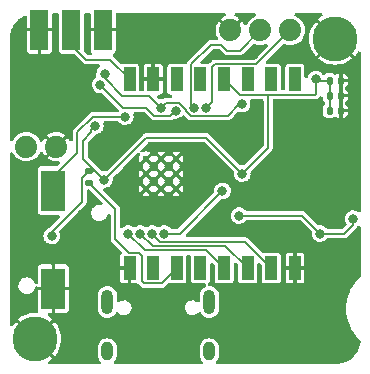
<source format=gbl>
%TF.GenerationSoftware,KiCad,Pcbnew,(6.0.1)*%
%TF.CreationDate,2022-03-04T16:45:30-06:00*%
%TF.ProjectId,samara,73616d61-7261-42e6-9b69-6361645f7063,rev?*%
%TF.SameCoordinates,PX7df6181PY82ce53f*%
%TF.FileFunction,Copper,L2,Bot*%
%TF.FilePolarity,Positive*%
%FSLAX46Y46*%
G04 Gerber Fmt 4.6, Leading zero omitted, Abs format (unit mm)*
G04 Created by KiCad (PCBNEW (6.0.1)) date 2022-03-04 16:45:30*
%MOMM*%
%LPD*%
G01*
G04 APERTURE LIST*
G04 Aperture macros list*
%AMRoundRect*
0 Rectangle with rounded corners*
0 $1 Rounding radius*
0 $2 $3 $4 $5 $6 $7 $8 $9 X,Y pos of 4 corners*
0 Add a 4 corners polygon primitive as box body*
4,1,4,$2,$3,$4,$5,$6,$7,$8,$9,$2,$3,0*
0 Add four circle primitives for the rounded corners*
1,1,$1+$1,$2,$3*
1,1,$1+$1,$4,$5*
1,1,$1+$1,$6,$7*
1,1,$1+$1,$8,$9*
0 Add four rect primitives between the rounded corners*
20,1,$1+$1,$2,$3,$4,$5,0*
20,1,$1+$1,$4,$5,$6,$7,0*
20,1,$1+$1,$6,$7,$8,$9,0*
20,1,$1+$1,$8,$9,$2,$3,0*%
G04 Aperture macros list end*
%TA.AperFunction,ComponentPad*%
%ADD10C,1.879600*%
%TD*%
%TA.AperFunction,SMDPad,CuDef*%
%ADD11R,1.500000X3.500000*%
%TD*%
%TA.AperFunction,ComponentPad*%
%ADD12O,1.000000X2.100000*%
%TD*%
%TA.AperFunction,ComponentPad*%
%ADD13O,1.000000X1.600000*%
%TD*%
%TA.AperFunction,ConnectorPad*%
%ADD14C,3.800000*%
%TD*%
%TA.AperFunction,ComponentPad*%
%ADD15C,2.600000*%
%TD*%
%TA.AperFunction,SMDPad,CuDef*%
%ADD16RoundRect,0.140000X0.140000X0.170000X-0.140000X0.170000X-0.140000X-0.170000X0.140000X-0.170000X0*%
%TD*%
%TA.AperFunction,ComponentPad*%
%ADD17C,0.600000*%
%TD*%
%TA.AperFunction,SMDPad,CuDef*%
%ADD18RoundRect,0.140000X-0.140000X-0.170000X0.140000X-0.170000X0.140000X0.170000X-0.140000X0.170000X0*%
%TD*%
%TA.AperFunction,SMDPad,CuDef*%
%ADD19RoundRect,0.135000X-0.185000X0.135000X-0.185000X-0.135000X0.185000X-0.135000X0.185000X0.135000X0*%
%TD*%
%TA.AperFunction,SMDPad,CuDef*%
%ADD20R,1.998980X3.497580*%
%TD*%
%TA.AperFunction,SMDPad,CuDef*%
%ADD21R,1.000000X2.000000*%
%TD*%
%TA.AperFunction,ViaPad*%
%ADD22C,0.800000*%
%TD*%
%TA.AperFunction,Conductor*%
%ADD23C,0.160000*%
%TD*%
%TA.AperFunction,Conductor*%
%ADD24C,0.200000*%
%TD*%
G04 APERTURE END LIST*
D10*
%TO.P,J6,1,1*%
%TO.N,GND*%
X16509999Y26111199D03*
%TO.P,J6,2,2*%
%TO.N,/RX*%
X19049999Y26111199D03*
%TO.P,J6,3,3*%
%TO.N,/TX*%
X21589999Y26111199D03*
%TD*%
%TO.P,J5,1,1*%
%TO.N,GND*%
X1777999Y16255999D03*
%TO.P,J5,2,2*%
%TO.N,Net-(J5-Pad2)*%
X-762001Y16255999D03*
%TD*%
D11*
%TO.P,J2,1*%
%TO.N,Net-(U5-Pad9)*%
X3047999Y26161999D03*
%TO.P,J2,G1*%
%TO.N,GND*%
X347999Y26161999D03*
%TO.P,J2,G2*%
X5747999Y26161999D03*
%TD*%
D12*
%TO.P,P1,S1,SHIELD*%
%TO.N,unconnected-(P1-PadS1)*%
X14733999Y3104999D03*
D13*
X14733999Y-1075001D03*
D12*
X6093999Y3104999D03*
D13*
X6093999Y-1075001D03*
%TD*%
D14*
%TO.P,H1,1,1*%
%TO.N,GND*%
X25399999Y25399999D03*
D15*
X25399999Y25399999D03*
%TD*%
D16*
%TO.P,C12,1*%
%TO.N,GND*%
X25879999Y20573999D03*
%TO.P,C12,2*%
%TO.N,+3V3*%
X24919999Y20573999D03*
%TD*%
D17*
%TO.P,U1,57,GND*%
%TO.N,GND*%
X9392999Y12694999D03*
X11942999Y13969999D03*
X11942999Y12694999D03*
X9392999Y15244999D03*
X10667999Y15244999D03*
X11942999Y15244999D03*
X10667999Y13969999D03*
X10667999Y12694999D03*
X9392999Y13969999D03*
%TD*%
D18*
%TO.P,C5,1*%
%TO.N,+3V3*%
X24919999Y19303999D03*
%TO.P,C5,2*%
%TO.N,GND*%
X25879999Y19303999D03*
%TD*%
D16*
%TO.P,C11,1*%
%TO.N,GND*%
X25879999Y21843999D03*
%TO.P,C11,2*%
%TO.N,+3V3*%
X24919999Y21843999D03*
%TD*%
D15*
%TO.P,H2,1,1*%
%TO.N,GND*%
X-1Y-1D03*
D14*
X-1Y-1D03*
%TD*%
D19*
%TO.P,R13,1*%
%TO.N,+3V3*%
X4571999Y14225999D03*
%TO.P,R13,2*%
%TO.N,/RST*%
X4571999Y13205999D03*
%TD*%
D20*
%TO.P,LS1,+,1*%
%TO.N,/BUZZ*%
X1523999Y12529819D03*
%TO.P,LS1,-,2*%
%TO.N,GND*%
X1523999Y4234179D03*
%TD*%
D21*
%TO.P,U5,1,GND*%
%TO.N,GND*%
X21985999Y5969999D03*
%TO.P,U5,2,MISO*%
%TO.N,/POCI*%
X19985999Y5969999D03*
%TO.P,U5,3,MOSI*%
%TO.N,/PICO*%
X17985999Y5969999D03*
%TO.P,U5,4,SCK*%
%TO.N,/SCK*%
X15985999Y5969999D03*
%TO.P,U5,5,NSS*%
%TO.N,/NSS*%
X13985999Y5969999D03*
%TO.P,U5,6,RESET*%
%TO.N,/RST*%
X11985999Y5969999D03*
%TO.P,U5,7,DIO5*%
%TO.N,unconnected-(U5-Pad7)*%
X9985999Y5969999D03*
%TO.P,U5,8,GND*%
%TO.N,GND*%
X7985999Y5969999D03*
%TO.P,U5,9,ANT*%
%TO.N,Net-(U5-Pad9)*%
X7985999Y21969999D03*
%TO.P,U5,10,GND*%
%TO.N,GND*%
X9985999Y21969999D03*
%TO.P,U5,11,DIO3*%
%TO.N,unconnected-(U5-Pad11)*%
X11985999Y21969999D03*
%TO.P,U5,12,DIO4*%
%TO.N,unconnected-(U5-Pad12)*%
X13985999Y21969999D03*
%TO.P,U5,13,3.3V*%
%TO.N,+3V3*%
X15985999Y21969999D03*
%TO.P,U5,14,DIO0*%
%TO.N,unconnected-(U5-Pad14)*%
X17985999Y21969999D03*
%TO.P,U5,15,DIO1*%
%TO.N,unconnected-(U5-Pad15)*%
X19985999Y21969999D03*
%TO.P,U5,16,DIO2*%
%TO.N,unconnected-(U5-Pad16)*%
X21985999Y21969999D03*
%TD*%
D22*
%TO.N,GND*%
X5918199Y16636999D03*
X3936999Y19049999D03*
X1092199Y23469599D03*
X3987799Y10566399D03*
%TO.N,/SCL*%
X17500599Y19862799D03*
%TO.N,GND*%
X12191999Y1015999D03*
X8635999Y1015999D03*
X4063999Y-1016001D03*
X4063999Y1269999D03*
X4063999Y3555999D03*
X4063999Y4825999D03*
X-1016001Y23367999D03*
X9905999Y24942799D03*
X11937999Y24891999D03*
X11937999Y26489541D03*
X9905999Y26489541D03*
%TO.N,/TX*%
X14477999Y19557999D03*
%TO.N,/RX*%
X13461999Y19557999D03*
%TO.N,+3V3*%
X17525999Y13969999D03*
X5079999Y18033999D03*
X5841999Y13461999D03*
X23748999Y21970999D03*
%TO.N,/SDA*%
X5488519Y21490519D03*
X11875443Y19311515D03*
%TO.N,/SCL*%
X10667999Y19557999D03*
X5867935Y22415208D03*
%TO.N,/SCK*%
X7873999Y8889999D03*
%TO.N,/PICO*%
X8889999Y8889999D03*
%TO.N,/POCI*%
X9905999Y8889999D03*
%TO.N,+3V3*%
X1396999Y8712199D03*
%TO.N,GND*%
X18531419Y24013579D03*
X26923999Y14477999D03*
X7365999Y24129999D03*
X-914401Y20573999D03*
X-1524001Y3047999D03*
X15747999Y9397999D03*
X22859999Y1269999D03*
X-1524001Y9905999D03*
X22097999Y11937999D03*
X12191999Y-1016001D03*
X27177999Y20827999D03*
X22605999Y18541999D03*
X-1524001Y6857999D03*
X5587999Y8889999D03*
X25399999Y1269999D03*
X8635999Y-1016001D03*
X15239999Y24129999D03*
X27177999Y8127999D03*
X4571999Y21081999D03*
X17779999Y-1016001D03*
X20573999Y-1016001D03*
X6349999Y6095999D03*
%TO.N,/D+*%
X15847763Y12495881D03*
X10921999Y8889999D03*
%TO.N,VBUS*%
X24129999Y8889999D03*
X26923999Y10159999D03*
X17271999Y10413999D03*
%TO.N,/BUZZ*%
X7619999Y18795999D03*
%TD*%
D23*
%TO.N,/RST*%
X6775510Y11002488D02*
X4571999Y13205999D01*
X7939688Y7249510D02*
X6775510Y8413688D01*
X8765510Y7249510D02*
X7939688Y7249510D01*
X9016999Y4879977D02*
X9016999Y6998021D01*
X9016999Y6998021D02*
X8765510Y7249510D01*
X10706488Y4690488D02*
X9206488Y4690488D01*
X9206488Y4690488D02*
X9016999Y4879977D01*
X11985999Y5969999D02*
X10706488Y4690488D01*
X6775510Y8413688D02*
X6775510Y11002488D01*
%TO.N,+3V3*%
X19710399Y16154399D02*
X19710399Y20650199D01*
X17525999Y13969999D02*
X19710399Y16154399D01*
X19710399Y20650199D02*
X23723599Y20650199D01*
X17305799Y20650199D02*
X19710399Y20650199D01*
X3972479Y13626479D02*
X4571999Y14225999D01*
X3972479Y11592479D02*
X3972479Y13626479D01*
X1396999Y8712199D02*
X1396999Y9016999D01*
X1396999Y9016999D02*
X3972479Y11592479D01*
X15985999Y21969999D02*
X17305799Y20650199D01*
X23748999Y21970999D02*
X23748999Y20675599D01*
X23723599Y20650199D02*
X23748999Y20675599D01*
%TO.N,/SCL*%
X17271999Y19862799D02*
X17500599Y19862799D01*
X13186824Y18872199D02*
X16281399Y18872199D01*
X12782488Y19380199D02*
X12782488Y19276535D01*
X11101026Y19991026D02*
X12171661Y19991026D01*
X12171661Y19991026D02*
X12782488Y19380199D01*
X12782488Y19276535D02*
X13186824Y18872199D01*
X16281399Y18872199D02*
X17271999Y19862799D01*
X10667999Y19557999D02*
X11101026Y19991026D01*
%TO.N,/SDA*%
X7421039Y19557999D02*
X5488519Y21490519D01*
X9397999Y19557999D02*
X7421039Y19557999D01*
X10077510Y18878488D02*
X9397999Y19557999D01*
X11442416Y18878488D02*
X10077510Y18878488D01*
X11875443Y19311515D02*
X11442416Y18878488D01*
%TO.N,Net-(U5-Pad9)*%
X3047999Y24891999D02*
X3047999Y26161999D01*
X4317999Y23621999D02*
X3047999Y24891999D01*
X6333999Y23621999D02*
X4317999Y23621999D01*
X7985999Y21969999D02*
X6333999Y23621999D01*
%TO.N,/TX*%
X14985999Y20065999D02*
X14477999Y19557999D01*
X18728310Y23249510D02*
X15206488Y23249510D01*
X14985999Y23029021D02*
X14985999Y20065999D01*
X21589999Y26111199D02*
X18728310Y23249510D01*
X15206488Y23249510D02*
X14985999Y23029021D01*
%TO.N,/RX*%
X13206488Y19813510D02*
X13461999Y19557999D01*
X15747999Y24891999D02*
X14848977Y24891999D01*
X16255999Y24383999D02*
X15747999Y24891999D01*
X14848977Y24891999D02*
X13206488Y23249510D01*
X13206488Y23249510D02*
X13206488Y19813510D01*
X17322799Y24383999D02*
X16255999Y24383999D01*
X19049999Y26111199D02*
X17322799Y24383999D01*
%TO.N,+3V3*%
X23875999Y21843999D02*
X23748999Y21970999D01*
X24919999Y21843999D02*
X23875999Y21843999D01*
X24919999Y20573999D02*
X24919999Y21843999D01*
X24919999Y19303999D02*
X24919999Y20573999D01*
%TO.N,/SCL*%
X9651999Y20573999D02*
X10667999Y19557999D01*
X7365999Y20573999D02*
X9651999Y20573999D01*
X5867935Y22072063D02*
X7365999Y20573999D01*
X5867935Y22415208D02*
X5867935Y22072063D01*
%TO.N,/BUZZ*%
X1523999Y13715999D02*
X1523999Y12529819D01*
X3555999Y15747999D02*
X1523999Y13715999D01*
X3555999Y17470974D02*
X3555999Y15747999D01*
X7619999Y18795999D02*
X4881024Y18795999D01*
X4881024Y18795999D02*
X3555999Y17470974D01*
%TO.N,+3V3*%
X17525999Y13969999D02*
X14477999Y17017999D01*
X4760008Y17459570D02*
X4063999Y16763561D01*
X4063999Y16763561D02*
X4063999Y15239999D01*
X4571999Y14225999D02*
X5077999Y14225999D01*
X9397999Y17017999D02*
X5841999Y13461999D01*
X5079999Y18033999D02*
X4760008Y17714008D01*
X4760008Y17714008D02*
X4760008Y17459570D01*
X5077999Y14225999D02*
X5841999Y13461999D01*
X4063999Y15239999D02*
X5841999Y13461999D01*
X14477999Y17017999D02*
X9397999Y17017999D01*
%TO.N,/SCK*%
X9272550Y7491448D02*
X7873999Y8889999D01*
X15985999Y5969999D02*
X14464550Y7491448D01*
X14464550Y7491448D02*
X9272550Y7491448D01*
%TO.N,/PICO*%
X16105030Y7850968D02*
X9929030Y7850968D01*
X17985999Y5969999D02*
X16105030Y7850968D01*
X9929030Y7850968D02*
X8889999Y8889999D01*
%TO.N,/POCI*%
X17745510Y8210488D02*
X10585510Y8210488D01*
X19985999Y5969999D02*
X17745510Y8210488D01*
X10585510Y8210488D02*
X9905999Y8889999D01*
D24*
%TO.N,/D+*%
X15847763Y12495881D02*
X12241881Y8889999D01*
X12241881Y8889999D02*
X10921999Y8889999D01*
D23*
%TO.N,VBUS*%
X26161999Y8889999D02*
X24129999Y8889999D01*
X26923999Y9651999D02*
X26161999Y8889999D01*
X22605999Y10413999D02*
X17271999Y10413999D01*
X24129999Y8889999D02*
X22605999Y10413999D01*
X26923999Y10159999D02*
X26923999Y9651999D01*
%TD*%
%TA.AperFunction,Conductor*%
%TO.N,GND*%
G36*
X1922999Y27539037D02*
G01*
X1977537Y27484499D01*
X1997499Y27409999D01*
X1997499Y24367353D01*
X2000617Y24341153D01*
X2046060Y24238846D01*
X2055795Y24229128D01*
X2104920Y24180089D01*
X2125286Y24159758D01*
X2137866Y24154196D01*
X2137868Y24154195D01*
X2216005Y24119651D01*
X2227672Y24114493D01*
X2242317Y24112786D01*
X2249069Y24111998D01*
X2249077Y24111998D01*
X2253353Y24111499D01*
X3228672Y24111499D01*
X3303172Y24091537D01*
X3334031Y24067858D01*
X4009009Y23392881D01*
X4019694Y23379651D01*
X4025997Y23372724D01*
X4032678Y23362377D01*
X4042349Y23354753D01*
X4042350Y23354752D01*
X4058067Y23342362D01*
X4062124Y23338757D01*
X4062258Y23338916D01*
X4066947Y23334943D01*
X4071295Y23330595D01*
X4076297Y23327021D01*
X4076299Y23327019D01*
X4086606Y23319654D01*
X4092198Y23315456D01*
X4132157Y23283954D01*
X4140820Y23280912D01*
X4148288Y23275575D01*
X4160088Y23272046D01*
X4197022Y23261000D01*
X4203671Y23258840D01*
X4251675Y23241982D01*
X4257252Y23241499D01*
X4260479Y23241499D01*
X4262526Y23241410D01*
X4269650Y23239280D01*
X4323202Y23241384D01*
X4329052Y23241499D01*
X5352016Y23241499D01*
X5426516Y23221537D01*
X5481054Y23166999D01*
X5501016Y23092499D01*
X5481054Y23017999D01*
X5449965Y22980218D01*
X5343539Y22887377D01*
X5246048Y22748661D01*
X5184459Y22590695D01*
X5162329Y22422597D01*
X5180934Y22254073D01*
X5183390Y22247361D01*
X5180995Y22171124D01*
X5140352Y22105573D01*
X5106695Y22081786D01*
X5091888Y22074144D01*
X5085121Y22068240D01*
X5085117Y22068238D01*
X4982120Y21978388D01*
X4964123Y21962688D01*
X4866632Y21823972D01*
X4805043Y21666006D01*
X4782913Y21497908D01*
X4801518Y21329384D01*
X4804606Y21320947D01*
X4804606Y21320945D01*
X4816545Y21288320D01*
X4859785Y21170163D01*
X4864794Y21162708D01*
X4864795Y21162707D01*
X4940746Y21049680D01*
X4954349Y21029436D01*
X4960991Y21023393D01*
X4960992Y21023391D01*
X5068735Y20925353D01*
X5079752Y20915328D01*
X5087647Y20911041D01*
X5087649Y20911040D01*
X5220863Y20838711D01*
X5220866Y20838710D01*
X5228754Y20834427D01*
X5290082Y20818338D01*
X5384068Y20793681D01*
X5384070Y20793681D01*
X5392752Y20791403D01*
X5401728Y20791262D01*
X5553301Y20788881D01*
X5562279Y20788740D01*
X5571036Y20790746D01*
X5571972Y20790844D01*
X5648151Y20778781D01*
X5692910Y20748020D01*
X7010072Y19430858D01*
X7048636Y19364063D01*
X7048636Y19286935D01*
X7010072Y19220140D01*
X6943277Y19181576D01*
X6904713Y19176499D01*
X4937501Y19176499D01*
X4920607Y19178297D01*
X4911241Y19178739D01*
X4899196Y19181332D01*
X4886962Y19179884D01*
X4867090Y19177532D01*
X4861673Y19177212D01*
X4861690Y19177005D01*
X4855570Y19176499D01*
X4849416Y19176499D01*
X4837700Y19174549D01*
X4830860Y19173411D01*
X4823913Y19172422D01*
X4814996Y19171366D01*
X4773400Y19166443D01*
X4765125Y19162469D01*
X4756069Y19160962D01*
X4745230Y19155114D01*
X4745231Y19155114D01*
X4711316Y19136815D01*
X4705061Y19133628D01*
X4682766Y19122922D01*
X4659209Y19111610D01*
X4654924Y19108008D01*
X4652659Y19105743D01*
X4651128Y19104339D01*
X4644588Y19100810D01*
X4623436Y19077928D01*
X4608215Y19061462D01*
X4604160Y19057244D01*
X3962416Y18415499D01*
X3326881Y17779964D01*
X3313651Y17769279D01*
X3306724Y17762976D01*
X3296377Y17756295D01*
X3288753Y17746624D01*
X3288752Y17746623D01*
X3276362Y17730906D01*
X3272757Y17726849D01*
X3272916Y17726715D01*
X3268943Y17722026D01*
X3264595Y17717678D01*
X3261021Y17712676D01*
X3261019Y17712674D01*
X3253654Y17702367D01*
X3249456Y17696775D01*
X3217954Y17656816D01*
X3214912Y17648153D01*
X3209575Y17640685D01*
X3206046Y17628885D01*
X3195003Y17591959D01*
X3192833Y17585283D01*
X3175982Y17537298D01*
X3175499Y17531721D01*
X3175499Y17528494D01*
X3175410Y17526445D01*
X3173280Y17519322D01*
X3174719Y17482689D01*
X3175384Y17465770D01*
X3175499Y17459920D01*
X3175499Y16864763D01*
X3155537Y16790263D01*
X3100999Y16735725D01*
X3026499Y16715763D01*
X2951999Y16735725D01*
X2897461Y16790263D01*
X2891459Y16801793D01*
X2858550Y16872367D01*
X2852066Y16883599D01*
X2766809Y17005358D01*
X2754540Y17015653D01*
X2747065Y17012933D01*
X1026443Y15292311D01*
X1018435Y15278440D01*
X1022413Y15271549D01*
X1150399Y15181932D01*
X1161631Y15175448D01*
X1346450Y15089266D01*
X1358624Y15084835D01*
X1555610Y15032052D01*
X1568364Y15029803D01*
X1771518Y15012030D01*
X1784480Y15012030D01*
X1921799Y15024044D01*
X1997755Y15010651D01*
X2056839Y14961074D01*
X2083218Y14888597D01*
X2069825Y14812641D01*
X2040144Y14770252D01*
X1892642Y14622750D01*
X1825847Y14584186D01*
X1787283Y14579109D01*
X479863Y14579109D01*
X453663Y14575991D01*
X351356Y14530548D01*
X272268Y14451322D01*
X266706Y14438742D01*
X266705Y14438740D01*
X231533Y14359183D01*
X227003Y14348936D01*
X224009Y14323255D01*
X224009Y10736383D01*
X227127Y10710183D01*
X272570Y10607876D01*
X351796Y10528788D01*
X364376Y10523226D01*
X364378Y10523225D01*
X415100Y10500801D01*
X454182Y10483523D01*
X468827Y10481816D01*
X475579Y10481028D01*
X475587Y10481028D01*
X479863Y10480529D01*
X1962703Y10480529D01*
X2037203Y10460567D01*
X2091741Y10406029D01*
X2111703Y10331529D01*
X2091741Y10257029D01*
X2068062Y10226170D01*
X1265554Y9423662D01*
X1194978Y9384138D01*
X1177855Y9380027D01*
X1151031Y9373587D01*
X1143052Y9369469D01*
X1143050Y9369468D01*
X1008352Y9299945D01*
X1000368Y9295824D01*
X993601Y9289920D01*
X993597Y9289918D01*
X971337Y9270499D01*
X872603Y9184368D01*
X775112Y9045652D01*
X713523Y8887686D01*
X691393Y8719588D01*
X709998Y8551064D01*
X713086Y8542627D01*
X713086Y8542625D01*
X732299Y8490125D01*
X768265Y8391843D01*
X773274Y8384388D01*
X773275Y8384387D01*
X844836Y8277893D01*
X862829Y8251116D01*
X869471Y8245073D01*
X869472Y8245071D01*
X942896Y8178261D01*
X988232Y8137008D01*
X996127Y8132721D01*
X996129Y8132720D01*
X1129343Y8060391D01*
X1129346Y8060390D01*
X1137234Y8056107D01*
X1174742Y8046267D01*
X1292548Y8015361D01*
X1292550Y8015361D01*
X1301232Y8013083D01*
X1310208Y8012942D01*
X1461780Y8010561D01*
X1470759Y8010420D01*
X1636028Y8048271D01*
X1787497Y8124452D01*
X1839529Y8168892D01*
X1909593Y8228732D01*
X1909595Y8228734D01*
X1916422Y8234565D01*
X1962159Y8298215D01*
X2010123Y8364963D01*
X2010125Y8364967D01*
X2015360Y8372252D01*
X2029140Y8406530D01*
X2075250Y8521230D01*
X2075251Y8521235D01*
X2078600Y8529565D01*
X2102489Y8697421D01*
X2102644Y8712199D01*
X2082275Y8880519D01*
X2079100Y8888920D01*
X2079099Y8888926D01*
X2038495Y8996382D01*
X2030835Y9073129D01*
X2062574Y9143423D01*
X2072517Y9154408D01*
X4201601Y11283492D01*
X4214817Y11294165D01*
X4221754Y11300477D01*
X4232101Y11307158D01*
X4241833Y11319502D01*
X4252113Y11332543D01*
X4255720Y11336602D01*
X4255562Y11336736D01*
X4259539Y11341430D01*
X4263884Y11345775D01*
X4274855Y11361127D01*
X4279043Y11366704D01*
X4302896Y11396961D01*
X4310524Y11406637D01*
X4313565Y11415297D01*
X4318904Y11422768D01*
X4333485Y11471523D01*
X4335652Y11478190D01*
X4349390Y11517311D01*
X4352496Y11526155D01*
X4352979Y11531732D01*
X4352979Y11534959D01*
X4353068Y11537004D01*
X4355199Y11544131D01*
X4353094Y11597708D01*
X4352979Y11603558D01*
X4352979Y12486499D01*
X4372941Y12560999D01*
X4427479Y12615537D01*
X4501979Y12635499D01*
X4542672Y12635499D01*
X4617172Y12615537D01*
X4648031Y12591858D01*
X5489803Y11750087D01*
X5667304Y11572586D01*
X5705868Y11505791D01*
X5705868Y11428663D01*
X5667304Y11361868D01*
X5600509Y11323304D01*
X5542497Y11319502D01*
X5473832Y11328542D01*
X5473825Y11328542D01*
X5468990Y11329179D01*
X5380456Y11329179D01*
X5254872Y11313982D01*
X5096546Y11254155D01*
X4957060Y11158289D01*
X4932434Y11130649D01*
X4850443Y11038626D01*
X4850440Y11038622D01*
X4844468Y11031919D01*
X4765270Y10882339D01*
X4763083Y10873631D01*
X4763082Y10873629D01*
X4728609Y10736383D01*
X4724038Y10718186D01*
X4723991Y10709204D01*
X4723364Y10589486D01*
X4723151Y10548935D01*
X4762663Y10384359D01*
X4783570Y10343852D01*
X4834888Y10244425D01*
X4840290Y10233958D01*
X4951553Y10106416D01*
X5090027Y10009095D01*
X5098396Y10005832D01*
X5239348Y9950877D01*
X5239350Y9950876D01*
X5247718Y9947614D01*
X5256624Y9946441D01*
X5256626Y9946441D01*
X5371966Y9931256D01*
X5371973Y9931256D01*
X5376808Y9930619D01*
X5465342Y9930619D01*
X5590926Y9945816D01*
X5749252Y10005643D01*
X5888738Y10101509D01*
X5939476Y10158456D01*
X5995355Y10221172D01*
X5995358Y10221176D01*
X6001330Y10227879D01*
X6080528Y10377459D01*
X6084457Y10393099D01*
X6101499Y10460949D01*
X6139009Y10528342D01*
X6205190Y10567950D01*
X6282308Y10569162D01*
X6349701Y10531652D01*
X6389309Y10465471D01*
X6395010Y10424651D01*
X6395010Y8470165D01*
X6393212Y8453271D01*
X6392770Y8443905D01*
X6390177Y8431860D01*
X6391625Y8419626D01*
X6393977Y8399754D01*
X6394297Y8394337D01*
X6394504Y8394354D01*
X6395010Y8388234D01*
X6395010Y8382080D01*
X6396021Y8376007D01*
X6398098Y8363524D01*
X6399087Y8356577D01*
X6405066Y8306064D01*
X6409040Y8297789D01*
X6410547Y8288733D01*
X6416396Y8277893D01*
X6434693Y8243983D01*
X6437881Y8237726D01*
X6459899Y8191874D01*
X6463501Y8187588D01*
X6465781Y8185308D01*
X6467169Y8183794D01*
X6470699Y8177252D01*
X6505220Y8145341D01*
X6510047Y8140879D01*
X6514265Y8136824D01*
X7075461Y7575629D01*
X7266034Y7385056D01*
X7304598Y7318261D01*
X7304598Y7241133D01*
X7266126Y7174430D01*
X7243895Y7152160D01*
X7228615Y7129844D01*
X7193517Y7050454D01*
X7187690Y7029081D01*
X7186501Y7018875D01*
X7185999Y7010245D01*
X7185999Y6139615D01*
X7190144Y6124144D01*
X7205615Y6119999D01*
X7986999Y6119999D01*
X8061499Y6100037D01*
X8116037Y6045499D01*
X8135999Y5970999D01*
X8135999Y4689615D01*
X8140144Y4674144D01*
X8155615Y4669999D01*
X8526153Y4669999D01*
X8534965Y4670522D01*
X8545626Y4671790D01*
X8570844Y4678721D01*
X8647970Y4679217D01*
X8711671Y4642982D01*
X8712188Y4643541D01*
X8751551Y4607154D01*
X8755768Y4603099D01*
X8897499Y4461368D01*
X8908188Y4448133D01*
X8914487Y4441210D01*
X8921167Y4430866D01*
X8930838Y4423242D01*
X8946556Y4410851D01*
X8950613Y4407246D01*
X8950747Y4407405D01*
X8955436Y4403432D01*
X8959784Y4399084D01*
X8964786Y4395510D01*
X8964788Y4395508D01*
X8975095Y4388143D01*
X8980687Y4383945D01*
X9020646Y4352443D01*
X9029309Y4349401D01*
X9036777Y4344064D01*
X9085512Y4329489D01*
X9092179Y4327322D01*
X9129930Y4314065D01*
X9140164Y4310471D01*
X9145741Y4309988D01*
X9148968Y4309988D01*
X9151017Y4309899D01*
X9158140Y4307769D01*
X9211692Y4309873D01*
X9217542Y4309988D01*
X10650011Y4309988D01*
X10666905Y4308190D01*
X10676271Y4307748D01*
X10688316Y4305155D01*
X10700550Y4306603D01*
X10720422Y4308955D01*
X10725839Y4309275D01*
X10725822Y4309482D01*
X10731942Y4309988D01*
X10738096Y4309988D01*
X10749812Y4311938D01*
X10756652Y4313076D01*
X10763599Y4314065D01*
X10772516Y4315121D01*
X10814112Y4320044D01*
X10822387Y4324018D01*
X10831443Y4325525D01*
X10876195Y4349672D01*
X10882450Y4352859D01*
X10919851Y4370819D01*
X10928302Y4374877D01*
X10932588Y4378479D01*
X10934868Y4380759D01*
X10936382Y4382147D01*
X10942924Y4385677D01*
X10979297Y4425025D01*
X10983352Y4429243D01*
X11212356Y4658247D01*
X11279151Y4696811D01*
X11356279Y4696811D01*
X11377962Y4689164D01*
X11405422Y4677024D01*
X11405425Y4677023D01*
X11415672Y4672493D01*
X11430317Y4670786D01*
X11437069Y4669998D01*
X11437077Y4669998D01*
X11441353Y4669499D01*
X12530645Y4669499D01*
X12556845Y4672617D01*
X12659152Y4718060D01*
X12738240Y4797286D01*
X12751089Y4826348D01*
X12778975Y4889425D01*
X12778975Y4889426D01*
X12783505Y4899672D01*
X12785988Y4920967D01*
X12786000Y4921069D01*
X12786000Y4921077D01*
X12786499Y4925353D01*
X12786499Y6961948D01*
X12806461Y7036448D01*
X12860999Y7090986D01*
X12935499Y7110948D01*
X13036499Y7110948D01*
X13110999Y7090986D01*
X13165537Y7036448D01*
X13185499Y6961948D01*
X13185499Y4925353D01*
X13188617Y4899153D01*
X13234060Y4796846D01*
X13313286Y4717758D01*
X13325866Y4712196D01*
X13325868Y4712195D01*
X13405423Y4677024D01*
X13415672Y4672493D01*
X13430317Y4670786D01*
X13437069Y4669998D01*
X13437077Y4669998D01*
X13441353Y4669499D01*
X14333537Y4669499D01*
X14408037Y4649537D01*
X14462575Y4594999D01*
X14482537Y4520499D01*
X14462575Y4445999D01*
X14408037Y4391461D01*
X14398344Y4386394D01*
X14391006Y4383896D01*
X14383910Y4379531D01*
X14383911Y4379531D01*
X14263015Y4305155D01*
X14238044Y4289793D01*
X14232095Y4283967D01*
X14232092Y4283965D01*
X14184704Y4237559D01*
X14109731Y4164140D01*
X14105220Y4157141D01*
X14105218Y4157138D01*
X14056202Y4081079D01*
X14012445Y4013182D01*
X14009595Y4005353D01*
X14009595Y4005352D01*
X13957527Y3862295D01*
X13951021Y3844421D01*
X13949977Y3836157D01*
X13943434Y3784358D01*
X13933499Y3705716D01*
X13933499Y3216240D01*
X13913537Y3141740D01*
X13858999Y3087202D01*
X13784499Y3067240D01*
X13709999Y3087202D01*
X13682504Y3107621D01*
X13681413Y3108646D01*
X13681409Y3108649D01*
X13674581Y3115061D01*
X13626052Y3141740D01*
X13544308Y3186679D01*
X13544306Y3186680D01*
X13536091Y3191196D01*
X13383018Y3230499D01*
X13264649Y3230499D01*
X13260005Y3229912D01*
X13260000Y3229912D01*
X13212235Y3223878D01*
X13147207Y3215663D01*
X13138492Y3212213D01*
X13138490Y3212212D01*
X13085411Y3191196D01*
X13000267Y3157485D01*
X12872412Y3064593D01*
X12771675Y2942822D01*
X12767686Y2934345D01*
X12767684Y2934342D01*
X12751305Y2899534D01*
X12704385Y2799825D01*
X12702629Y2790620D01*
X12691458Y2732057D01*
X12674772Y2644587D01*
X12684695Y2486861D01*
X12687593Y2477943D01*
X12687593Y2477941D01*
X12726647Y2357749D01*
X12733532Y2336558D01*
X12738555Y2328643D01*
X12738556Y2328641D01*
X12754684Y2303228D01*
X12818213Y2203122D01*
X12836540Y2185912D01*
X12926586Y2101351D01*
X12926590Y2101348D01*
X12933417Y2094937D01*
X12941628Y2090423D01*
X13063690Y2023319D01*
X13063692Y2023318D01*
X13071907Y2018802D01*
X13224980Y1979499D01*
X13343349Y1979499D01*
X13347993Y1980086D01*
X13347998Y1980086D01*
X13395763Y1986120D01*
X13460791Y1994335D01*
X13469506Y1997785D01*
X13469508Y1997786D01*
X13598138Y2048715D01*
X13607731Y2052513D01*
X13735586Y2145405D01*
X13741561Y2152627D01*
X13741564Y2152630D01*
X13780713Y2199954D01*
X13843582Y2244634D01*
X13920367Y2251893D01*
X13990495Y2219786D01*
X14021879Y2183937D01*
X14102683Y2054624D01*
X14229229Y1927192D01*
X14236259Y1922731D01*
X14236261Y1922729D01*
X14271068Y1900640D01*
X14380863Y1830962D01*
X14388708Y1828169D01*
X14388709Y1828168D01*
X14409325Y1820827D01*
X14550048Y1770718D01*
X14558319Y1769732D01*
X14558322Y1769731D01*
X14660631Y1757532D01*
X14728375Y1749454D01*
X14736653Y1750324D01*
X14736655Y1750324D01*
X14803452Y1757345D01*
X14906982Y1768226D01*
X14914860Y1770908D01*
X14914865Y1770909D01*
X15050578Y1817110D01*
X15076992Y1826102D01*
X15198152Y1900640D01*
X15222856Y1915838D01*
X15222858Y1915839D01*
X15229954Y1920205D01*
X15235903Y1926031D01*
X15235906Y1926033D01*
X15352317Y2040031D01*
X15352318Y2040033D01*
X15358267Y2045858D01*
X15362778Y2052857D01*
X15362780Y2052860D01*
X15440197Y2172988D01*
X15455553Y2196816D01*
X15460968Y2211693D01*
X15514128Y2357749D01*
X15514128Y2357750D01*
X15516977Y2365577D01*
X15522611Y2410173D01*
X15533912Y2499633D01*
X15533912Y2499638D01*
X15534499Y2504282D01*
X15534499Y3700154D01*
X15519545Y3833471D01*
X15460484Y4003072D01*
X15412174Y4080385D01*
X15369729Y4148310D01*
X15365315Y4155374D01*
X15238769Y4282806D01*
X15231739Y4287267D01*
X15231737Y4287269D01*
X15094168Y4374573D01*
X15094166Y4374574D01*
X15087135Y4379036D01*
X15078812Y4382000D01*
X14925799Y4436485D01*
X14925800Y4436485D01*
X14917950Y4439280D01*
X14909679Y4440266D01*
X14909676Y4440267D01*
X14740548Y4460434D01*
X14668935Y4489077D01*
X14621239Y4549689D01*
X14610238Y4626028D01*
X14638881Y4697641D01*
X14659635Y4717578D01*
X14659152Y4718060D01*
X14728522Y4787551D01*
X14738240Y4797286D01*
X14751089Y4826348D01*
X14778975Y4889425D01*
X14778975Y4889426D01*
X14783505Y4899672D01*
X14785988Y4920967D01*
X14786000Y4921069D01*
X14786000Y4921077D01*
X14786499Y4925353D01*
X14786499Y6271673D01*
X14806461Y6346173D01*
X14860999Y6400711D01*
X14935499Y6420673D01*
X15009999Y6400711D01*
X15040858Y6377032D01*
X15141858Y6276032D01*
X15180422Y6209237D01*
X15185499Y6170673D01*
X15185499Y4925353D01*
X15188617Y4899153D01*
X15234060Y4796846D01*
X15313286Y4717758D01*
X15325866Y4712196D01*
X15325868Y4712195D01*
X15405423Y4677024D01*
X15415672Y4672493D01*
X15430317Y4670786D01*
X15437069Y4669998D01*
X15437077Y4669998D01*
X15441353Y4669499D01*
X16530645Y4669499D01*
X16556845Y4672617D01*
X16659152Y4718060D01*
X16738240Y4797286D01*
X16751089Y4826348D01*
X16778975Y4889425D01*
X16778975Y4889426D01*
X16783505Y4899672D01*
X16785988Y4920967D01*
X16786000Y4921069D01*
X16786000Y4921077D01*
X16786499Y4925353D01*
X16786499Y6271673D01*
X16806461Y6346173D01*
X16860999Y6400711D01*
X16935499Y6420673D01*
X17009999Y6400711D01*
X17040858Y6377032D01*
X17141858Y6276032D01*
X17180422Y6209237D01*
X17185499Y6170673D01*
X17185499Y4925353D01*
X17188617Y4899153D01*
X17234060Y4796846D01*
X17313286Y4717758D01*
X17325866Y4712196D01*
X17325868Y4712195D01*
X17405423Y4677024D01*
X17415672Y4672493D01*
X17430317Y4670786D01*
X17437069Y4669998D01*
X17437077Y4669998D01*
X17441353Y4669499D01*
X18530645Y4669499D01*
X18556845Y4672617D01*
X18659152Y4718060D01*
X18738240Y4797286D01*
X18751089Y4826348D01*
X18778975Y4889425D01*
X18778975Y4889426D01*
X18783505Y4899672D01*
X18785988Y4920967D01*
X18786000Y4921069D01*
X18786000Y4921077D01*
X18786499Y4925353D01*
X18786499Y6271673D01*
X18806461Y6346173D01*
X18860999Y6400711D01*
X18935499Y6420673D01*
X19009999Y6400711D01*
X19040858Y6377032D01*
X19141858Y6276032D01*
X19180422Y6209237D01*
X19185499Y6170673D01*
X19185499Y4925353D01*
X19188617Y4899153D01*
X19234060Y4796846D01*
X19313286Y4717758D01*
X19325866Y4712196D01*
X19325868Y4712195D01*
X19405423Y4677024D01*
X19415672Y4672493D01*
X19430317Y4670786D01*
X19437069Y4669998D01*
X19437077Y4669998D01*
X19441353Y4669499D01*
X20530645Y4669499D01*
X20556845Y4672617D01*
X20659152Y4718060D01*
X20738240Y4797286D01*
X20751089Y4826348D01*
X20778975Y4889425D01*
X20778975Y4889426D01*
X20783505Y4899672D01*
X20785988Y4920967D01*
X20786000Y4921069D01*
X20786000Y4921077D01*
X20786499Y4925353D01*
X20786499Y4929845D01*
X21185999Y4929845D01*
X21186522Y4921033D01*
X21187790Y4910376D01*
X21193651Y4889050D01*
X21228894Y4809706D01*
X21244213Y4787416D01*
X21303838Y4727895D01*
X21326154Y4712615D01*
X21405544Y4677517D01*
X21426917Y4671690D01*
X21437123Y4670501D01*
X21445753Y4669999D01*
X21816383Y4669999D01*
X21831854Y4674144D01*
X21835999Y4689615D01*
X22135999Y4689615D01*
X22140144Y4674144D01*
X22155615Y4669999D01*
X22526153Y4669999D01*
X22534965Y4670522D01*
X22545622Y4671790D01*
X22566948Y4677651D01*
X22646292Y4712894D01*
X22668582Y4728213D01*
X22728103Y4787838D01*
X22743383Y4810154D01*
X22778481Y4889544D01*
X22784308Y4910917D01*
X22785497Y4921123D01*
X22785999Y4929753D01*
X22785999Y5800383D01*
X22781854Y5815854D01*
X22766383Y5819999D01*
X22155615Y5819999D01*
X22140144Y5815854D01*
X22135999Y5800383D01*
X22135999Y4689615D01*
X21835999Y4689615D01*
X21835999Y5800383D01*
X21831854Y5815854D01*
X21816383Y5819999D01*
X21205615Y5819999D01*
X21190144Y5815854D01*
X21185999Y5800383D01*
X21185999Y4929845D01*
X20786499Y4929845D01*
X20786499Y6139615D01*
X21185999Y6139615D01*
X21190144Y6124144D01*
X21205615Y6119999D01*
X21816383Y6119999D01*
X21831854Y6124144D01*
X21835999Y6139615D01*
X22135999Y6139615D01*
X22140144Y6124144D01*
X22155615Y6119999D01*
X22766383Y6119999D01*
X22781854Y6124144D01*
X22785999Y6139615D01*
X22785999Y7010153D01*
X22785476Y7018965D01*
X22784208Y7029622D01*
X22778347Y7050948D01*
X22743104Y7130292D01*
X22727785Y7152582D01*
X22668160Y7212103D01*
X22645844Y7227383D01*
X22566454Y7262481D01*
X22545081Y7268308D01*
X22534875Y7269497D01*
X22526245Y7269999D01*
X22155615Y7269999D01*
X22140144Y7265854D01*
X22135999Y7250383D01*
X22135999Y6139615D01*
X21835999Y6139615D01*
X21835999Y7250383D01*
X21831854Y7265854D01*
X21816383Y7269999D01*
X21445845Y7269999D01*
X21437033Y7269476D01*
X21426376Y7268208D01*
X21405050Y7262347D01*
X21325706Y7227104D01*
X21303416Y7211785D01*
X21243895Y7152160D01*
X21228615Y7129844D01*
X21193517Y7050454D01*
X21187690Y7029081D01*
X21186501Y7018875D01*
X21185999Y7010245D01*
X21185999Y6139615D01*
X20786499Y6139615D01*
X20786499Y7014645D01*
X20783381Y7040845D01*
X20737938Y7143152D01*
X20658712Y7222240D01*
X20646132Y7227802D01*
X20646130Y7227803D01*
X20566573Y7262975D01*
X20566572Y7262975D01*
X20556326Y7267505D01*
X20541681Y7269212D01*
X20534929Y7270000D01*
X20534921Y7270000D01*
X20530645Y7270499D01*
X19441353Y7270499D01*
X19415153Y7267381D01*
X19378179Y7250958D01*
X19301992Y7238959D01*
X19230010Y7266662D01*
X19212336Y7281770D01*
X18054500Y8439606D01*
X18043815Y8452836D01*
X18037512Y8459763D01*
X18030831Y8470110D01*
X18005441Y8490126D01*
X18001385Y8493730D01*
X18001251Y8493571D01*
X17996562Y8497544D01*
X17992214Y8501892D01*
X17982567Y8508786D01*
X17976903Y8512833D01*
X17971311Y8517031D01*
X17931352Y8548533D01*
X17922689Y8551575D01*
X17915221Y8556912D01*
X17866486Y8571487D01*
X17859819Y8573654D01*
X17820679Y8587399D01*
X17820678Y8587399D01*
X17811834Y8590505D01*
X17806257Y8590988D01*
X17803030Y8590988D01*
X17800981Y8591077D01*
X17793858Y8593207D01*
X17740917Y8591127D01*
X17740306Y8591103D01*
X17734456Y8590988D01*
X12868981Y8590988D01*
X12794481Y8610950D01*
X12739943Y8665488D01*
X12719981Y8739988D01*
X12739943Y8814488D01*
X12763622Y8845347D01*
X15670997Y11752723D01*
X15737792Y11791287D01*
X15778694Y11796346D01*
X15899660Y11794445D01*
X15912544Y11794243D01*
X15921523Y11794102D01*
X16086792Y11831953D01*
X16238261Y11908134D01*
X16252846Y11920591D01*
X16360357Y12012414D01*
X16360359Y12012416D01*
X16367186Y12018247D01*
X16419534Y12091097D01*
X16460887Y12148645D01*
X16460889Y12148649D01*
X16466124Y12155934D01*
X16474839Y12177612D01*
X16526014Y12304912D01*
X16526015Y12304917D01*
X16529364Y12313247D01*
X16553253Y12481103D01*
X16553408Y12495881D01*
X16533039Y12664201D01*
X16473108Y12822804D01*
X16377075Y12962532D01*
X16370367Y12968509D01*
X16257191Y13069346D01*
X16257187Y13069349D01*
X16250484Y13075321D01*
X16242546Y13079524D01*
X16242543Y13079526D01*
X16108586Y13150452D01*
X16100644Y13154657D01*
X16091931Y13156846D01*
X16091930Y13156846D01*
X16019454Y13175051D01*
X15936204Y13195962D01*
X15831765Y13196509D01*
X15775636Y13196803D01*
X15766658Y13196850D01*
X15757927Y13194754D01*
X15757928Y13194754D01*
X15610528Y13159366D01*
X15610525Y13159365D01*
X15601795Y13157269D01*
X15593816Y13153151D01*
X15593814Y13153150D01*
X15588587Y13150452D01*
X15451132Y13079506D01*
X15444365Y13073602D01*
X15444361Y13073600D01*
X15350427Y12991656D01*
X15323367Y12968050D01*
X15225876Y12829334D01*
X15164287Y12671368D01*
X15142157Y12503270D01*
X15148882Y12442360D01*
X15137216Y12366121D01*
X15106141Y12320651D01*
X12119629Y9334140D01*
X12052834Y9295576D01*
X12014270Y9290499D01*
X11575168Y9290499D01*
X11500668Y9310461D01*
X11464205Y9344160D01*
X11462336Y9342512D01*
X11456402Y9349243D01*
X11451311Y9356650D01*
X11339264Y9456481D01*
X11331427Y9463464D01*
X11331423Y9463467D01*
X11324720Y9469439D01*
X11316782Y9473642D01*
X11316779Y9473644D01*
X11182822Y9544570D01*
X11174880Y9548775D01*
X11166167Y9550964D01*
X11166166Y9550964D01*
X11043547Y9581764D01*
X11010440Y9590080D01*
X10906001Y9590627D01*
X10849872Y9590921D01*
X10840894Y9590968D01*
X10832163Y9588872D01*
X10832164Y9588872D01*
X10684764Y9553484D01*
X10684761Y9553483D01*
X10676031Y9551387D01*
X10668052Y9547269D01*
X10668050Y9547268D01*
X10533352Y9477745D01*
X10525368Y9473624D01*
X10518601Y9467721D01*
X10518597Y9467718D01*
X10512519Y9462415D01*
X10443256Y9428482D01*
X10366307Y9433727D01*
X10323206Y9458911D01*
X10322806Y9458335D01*
X10315491Y9463419D01*
X10315453Y9463441D01*
X10315431Y9463460D01*
X10315429Y9463461D01*
X10308720Y9469439D01*
X10300782Y9473642D01*
X10300779Y9473644D01*
X10166822Y9544570D01*
X10158880Y9548775D01*
X10150167Y9550964D01*
X10150166Y9550964D01*
X10027547Y9581764D01*
X9994440Y9590080D01*
X9890001Y9590627D01*
X9833872Y9590921D01*
X9824894Y9590968D01*
X9816163Y9588872D01*
X9816164Y9588872D01*
X9668764Y9553484D01*
X9668761Y9553483D01*
X9660031Y9551387D01*
X9652052Y9547269D01*
X9652050Y9547268D01*
X9517352Y9477745D01*
X9509368Y9473624D01*
X9502601Y9467721D01*
X9502597Y9467718D01*
X9496519Y9462415D01*
X9427256Y9428482D01*
X9350307Y9433727D01*
X9307206Y9458911D01*
X9306806Y9458335D01*
X9299491Y9463419D01*
X9299453Y9463441D01*
X9299431Y9463460D01*
X9299429Y9463461D01*
X9292720Y9469439D01*
X9284782Y9473642D01*
X9284779Y9473644D01*
X9150822Y9544570D01*
X9142880Y9548775D01*
X9134167Y9550964D01*
X9134166Y9550964D01*
X9011547Y9581764D01*
X8978440Y9590080D01*
X8874001Y9590627D01*
X8817872Y9590921D01*
X8808894Y9590968D01*
X8800163Y9588872D01*
X8800164Y9588872D01*
X8652764Y9553484D01*
X8652761Y9553483D01*
X8644031Y9551387D01*
X8636052Y9547269D01*
X8636050Y9547268D01*
X8501352Y9477745D01*
X8493368Y9473624D01*
X8486601Y9467721D01*
X8486597Y9467718D01*
X8480519Y9462415D01*
X8411256Y9428482D01*
X8334307Y9433727D01*
X8291206Y9458911D01*
X8290806Y9458335D01*
X8283491Y9463419D01*
X8283453Y9463441D01*
X8283431Y9463460D01*
X8283429Y9463461D01*
X8276720Y9469439D01*
X8268782Y9473642D01*
X8268779Y9473644D01*
X8134822Y9544570D01*
X8126880Y9548775D01*
X8118167Y9550964D01*
X8118166Y9550964D01*
X7995547Y9581764D01*
X7962440Y9590080D01*
X7858001Y9590627D01*
X7801872Y9590921D01*
X7792894Y9590968D01*
X7784163Y9588872D01*
X7784164Y9588872D01*
X7636764Y9553484D01*
X7636761Y9553483D01*
X7628031Y9551387D01*
X7620052Y9547269D01*
X7620050Y9547268D01*
X7485352Y9477745D01*
X7477368Y9473624D01*
X7442542Y9443243D01*
X7402959Y9408713D01*
X7333696Y9374781D01*
X7256746Y9380027D01*
X7192729Y9423045D01*
X7158797Y9492308D01*
X7156010Y9520994D01*
X7156010Y10946011D01*
X7157808Y10962905D01*
X7158250Y10972271D01*
X7160843Y10984316D01*
X7157043Y11016422D01*
X7156723Y11021839D01*
X7156516Y11021822D01*
X7156010Y11027942D01*
X7156010Y11034096D01*
X7152922Y11052652D01*
X7151933Y11059599D01*
X7147401Y11097883D01*
X7145954Y11110112D01*
X7141980Y11118387D01*
X7140473Y11127443D01*
X7126477Y11153382D01*
X7116326Y11172196D01*
X7113139Y11178451D01*
X7095178Y11215854D01*
X7091121Y11224303D01*
X7087519Y11228588D01*
X7085254Y11230853D01*
X7083850Y11232384D01*
X7080321Y11238924D01*
X7040973Y11275297D01*
X7036755Y11279352D01*
X6141135Y12174972D01*
X9090967Y12174972D01*
X9093496Y12170592D01*
X9099439Y12167160D01*
X9227341Y12114182D01*
X9246054Y12109168D01*
X9383314Y12091097D01*
X9402684Y12091097D01*
X9539944Y12109168D01*
X9558657Y12114182D01*
X9686559Y12167160D01*
X9690047Y12169174D01*
X9694495Y12174972D01*
X10365967Y12174972D01*
X10368496Y12170592D01*
X10374439Y12167160D01*
X10502341Y12114182D01*
X10521054Y12109168D01*
X10658314Y12091097D01*
X10677684Y12091097D01*
X10814944Y12109168D01*
X10833657Y12114182D01*
X10961559Y12167160D01*
X10965047Y12169174D01*
X10969495Y12174972D01*
X11640967Y12174972D01*
X11643496Y12170592D01*
X11649439Y12167160D01*
X11777341Y12114182D01*
X11796054Y12109168D01*
X11933314Y12091097D01*
X11952684Y12091097D01*
X12089944Y12109168D01*
X12108657Y12114182D01*
X12236559Y12167160D01*
X12240047Y12169174D01*
X12245082Y12175737D01*
X12241513Y12184353D01*
X11956870Y12468996D01*
X11942999Y12477004D01*
X11929128Y12468996D01*
X11648975Y12188843D01*
X11640967Y12174972D01*
X10969495Y12174972D01*
X10970082Y12175737D01*
X10966513Y12184353D01*
X10681870Y12468996D01*
X10667999Y12477004D01*
X10654128Y12468996D01*
X10373975Y12188843D01*
X10365967Y12174972D01*
X9694495Y12174972D01*
X9695082Y12175737D01*
X9691513Y12184353D01*
X9406870Y12468996D01*
X9392999Y12477004D01*
X9379128Y12468996D01*
X9098975Y12188843D01*
X9090967Y12174972D01*
X6141135Y12174972D01*
X5810021Y12506086D01*
X5771457Y12572880D01*
X5771457Y12650008D01*
X5791841Y12685314D01*
X8789097Y12685314D01*
X8807168Y12548051D01*
X8812181Y12529345D01*
X8865165Y12401429D01*
X8867170Y12397956D01*
X8873738Y12392916D01*
X8882351Y12396483D01*
X9166996Y12681128D01*
X9175004Y12694999D01*
X9610994Y12694999D01*
X9619002Y12681128D01*
X9899155Y12400975D01*
X9913026Y12392967D01*
X9943169Y12410369D01*
X9982746Y12436815D01*
X10059709Y12441860D01*
X10121350Y12413931D01*
X10148737Y12392915D01*
X10157351Y12396483D01*
X10441996Y12681128D01*
X10450004Y12694999D01*
X10885994Y12694999D01*
X10894002Y12681128D01*
X11174155Y12400975D01*
X11188026Y12392967D01*
X11218169Y12410369D01*
X11257746Y12436815D01*
X11334709Y12441860D01*
X11396350Y12413931D01*
X11423737Y12392915D01*
X11432351Y12396483D01*
X11716996Y12681128D01*
X11725004Y12694999D01*
X12160994Y12694999D01*
X12169002Y12681128D01*
X12449155Y12400975D01*
X12463026Y12392967D01*
X12467409Y12395497D01*
X12470833Y12401429D01*
X12523817Y12529345D01*
X12528830Y12548051D01*
X12546901Y12685314D01*
X12546901Y12704684D01*
X12528830Y12841947D01*
X12523817Y12860653D01*
X12470833Y12988569D01*
X12468828Y12992042D01*
X12462260Y12997082D01*
X12453647Y12993515D01*
X12169002Y12708870D01*
X12160994Y12694999D01*
X11725004Y12694999D01*
X11716996Y12708870D01*
X11436843Y12989023D01*
X11422972Y12997031D01*
X11392829Y12979629D01*
X11353252Y12953183D01*
X11276289Y12948138D01*
X11214648Y12976067D01*
X11187261Y12997083D01*
X11178647Y12993515D01*
X10894002Y12708870D01*
X10885994Y12694999D01*
X10450004Y12694999D01*
X10441996Y12708870D01*
X10161843Y12989023D01*
X10147972Y12997031D01*
X10117829Y12979629D01*
X10078252Y12953183D01*
X10001289Y12948138D01*
X9939648Y12976067D01*
X9912261Y12997083D01*
X9903647Y12993515D01*
X9619002Y12708870D01*
X9610994Y12694999D01*
X9175004Y12694999D01*
X9166996Y12708870D01*
X8886843Y12989023D01*
X8872972Y12997031D01*
X8868589Y12994501D01*
X8865165Y12988569D01*
X8812181Y12860653D01*
X8807168Y12841947D01*
X8789097Y12704684D01*
X8789097Y12685314D01*
X5791841Y12685314D01*
X5810021Y12716803D01*
X5876816Y12755367D01*
X5899805Y12759628D01*
X5906779Y12760361D01*
X5915759Y12760220D01*
X6081028Y12798071D01*
X6232497Y12874252D01*
X6327189Y12955127D01*
X6354593Y12978532D01*
X6354595Y12978534D01*
X6361422Y12984365D01*
X6425544Y13073600D01*
X6455123Y13114763D01*
X6455125Y13114767D01*
X6460360Y13122052D01*
X6475360Y13159366D01*
X6497428Y13214261D01*
X9090915Y13214261D01*
X9094483Y13205647D01*
X9379128Y12921002D01*
X9392999Y12912994D01*
X9406870Y12921002D01*
X9687023Y13201155D01*
X9694589Y13214261D01*
X10365915Y13214261D01*
X10369483Y13205647D01*
X10654128Y12921002D01*
X10667999Y12912994D01*
X10681870Y12921002D01*
X10962023Y13201155D01*
X10969589Y13214261D01*
X11640915Y13214261D01*
X11644483Y13205647D01*
X11929128Y12921002D01*
X11942999Y12912994D01*
X11956870Y12921002D01*
X12237023Y13201155D01*
X12245031Y13215026D01*
X12227614Y13245194D01*
X12201183Y13284755D01*
X12196142Y13361718D01*
X12224062Y13423340D01*
X12245082Y13450738D01*
X12241513Y13459353D01*
X11956870Y13743996D01*
X11942999Y13752004D01*
X11929128Y13743996D01*
X11648975Y13463843D01*
X11640967Y13449972D01*
X11658373Y13419823D01*
X11684817Y13380245D01*
X11689859Y13303282D01*
X11661930Y13241646D01*
X11640915Y13214261D01*
X10969589Y13214261D01*
X10970031Y13215026D01*
X10952614Y13245194D01*
X10926183Y13284755D01*
X10921142Y13361718D01*
X10949062Y13423340D01*
X10970082Y13450738D01*
X10966513Y13459353D01*
X10681870Y13743996D01*
X10667999Y13752004D01*
X10654128Y13743996D01*
X10373975Y13463843D01*
X10365967Y13449972D01*
X10383373Y13419823D01*
X10409817Y13380245D01*
X10414859Y13303282D01*
X10386930Y13241646D01*
X10365915Y13214261D01*
X9694589Y13214261D01*
X9695031Y13215026D01*
X9677614Y13245194D01*
X9651183Y13284755D01*
X9646142Y13361718D01*
X9674062Y13423340D01*
X9695082Y13450738D01*
X9691513Y13459353D01*
X9406870Y13743996D01*
X9392999Y13752004D01*
X9379128Y13743996D01*
X9098975Y13463843D01*
X9090967Y13449972D01*
X9108373Y13419823D01*
X9134817Y13380245D01*
X9139859Y13303282D01*
X9111930Y13241646D01*
X9090915Y13214261D01*
X6497428Y13214261D01*
X6520250Y13271030D01*
X6520251Y13271035D01*
X6523600Y13279365D01*
X6547489Y13447221D01*
X6547644Y13461999D01*
X6544675Y13486532D01*
X6538270Y13539465D01*
X6549138Y13615824D01*
X6580832Y13662724D01*
X6878422Y13960314D01*
X8789097Y13960314D01*
X8807168Y13823051D01*
X8812181Y13804345D01*
X8865165Y13676429D01*
X8867170Y13672956D01*
X8873738Y13667916D01*
X8882351Y13671483D01*
X9166996Y13956128D01*
X9175004Y13969999D01*
X9610994Y13969999D01*
X9619002Y13956128D01*
X9899155Y13675975D01*
X9913026Y13667967D01*
X9943169Y13685369D01*
X9982746Y13711815D01*
X10059709Y13716860D01*
X10121350Y13688931D01*
X10148737Y13667915D01*
X10157351Y13671483D01*
X10441996Y13956128D01*
X10450004Y13969999D01*
X10885994Y13969999D01*
X10894002Y13956128D01*
X11174155Y13675975D01*
X11188026Y13667967D01*
X11218169Y13685369D01*
X11257746Y13711815D01*
X11334709Y13716860D01*
X11396350Y13688931D01*
X11423737Y13667915D01*
X11432351Y13671483D01*
X11716996Y13956128D01*
X11725004Y13969999D01*
X12160994Y13969999D01*
X12169002Y13956128D01*
X12449155Y13675975D01*
X12463026Y13667967D01*
X12467409Y13670497D01*
X12470833Y13676429D01*
X12523817Y13804345D01*
X12528830Y13823051D01*
X12546901Y13960314D01*
X12546901Y13979684D01*
X12528830Y14116947D01*
X12523817Y14135653D01*
X12470833Y14263569D01*
X12468828Y14267042D01*
X12462260Y14272082D01*
X12453647Y14268515D01*
X12169002Y13983870D01*
X12160994Y13969999D01*
X11725004Y13969999D01*
X11716996Y13983870D01*
X11436843Y14264023D01*
X11422972Y14272031D01*
X11392829Y14254629D01*
X11353252Y14228183D01*
X11276289Y14223138D01*
X11214648Y14251067D01*
X11187261Y14272083D01*
X11178647Y14268515D01*
X10894002Y13983870D01*
X10885994Y13969999D01*
X10450004Y13969999D01*
X10441996Y13983870D01*
X10161843Y14264023D01*
X10147972Y14272031D01*
X10117829Y14254629D01*
X10078252Y14228183D01*
X10001289Y14223138D01*
X9939648Y14251067D01*
X9912261Y14272083D01*
X9903647Y14268515D01*
X9619002Y13983870D01*
X9610994Y13969999D01*
X9175004Y13969999D01*
X9166996Y13983870D01*
X8886843Y14264023D01*
X8872972Y14272031D01*
X8868589Y14269501D01*
X8865165Y14263569D01*
X8812181Y14135653D01*
X8807168Y14116947D01*
X8789097Y13979684D01*
X8789097Y13960314D01*
X6878422Y13960314D01*
X7407369Y14489261D01*
X9090915Y14489261D01*
X9094483Y14480647D01*
X9379128Y14196002D01*
X9392999Y14187994D01*
X9406870Y14196002D01*
X9687023Y14476155D01*
X9694589Y14489261D01*
X10365915Y14489261D01*
X10369483Y14480647D01*
X10654128Y14196002D01*
X10667999Y14187994D01*
X10681870Y14196002D01*
X10962023Y14476155D01*
X10969589Y14489261D01*
X11640915Y14489261D01*
X11644483Y14480647D01*
X11929128Y14196002D01*
X11942999Y14187994D01*
X11956870Y14196002D01*
X12237023Y14476155D01*
X12245031Y14490026D01*
X12227614Y14520194D01*
X12201183Y14559755D01*
X12196142Y14636718D01*
X12224062Y14698340D01*
X12245082Y14725738D01*
X12241513Y14734353D01*
X11956870Y15018996D01*
X11942999Y15027004D01*
X11929128Y15018996D01*
X11648975Y14738843D01*
X11640967Y14724972D01*
X11658373Y14694823D01*
X11684817Y14655245D01*
X11689859Y14578282D01*
X11661930Y14516646D01*
X11640915Y14489261D01*
X10969589Y14489261D01*
X10970031Y14490026D01*
X10952614Y14520194D01*
X10926183Y14559755D01*
X10921142Y14636718D01*
X10949062Y14698340D01*
X10970082Y14725738D01*
X10966513Y14734353D01*
X10681870Y15018996D01*
X10667999Y15027004D01*
X10654128Y15018996D01*
X10373975Y14738843D01*
X10365967Y14724972D01*
X10383373Y14694823D01*
X10409817Y14655245D01*
X10414859Y14578282D01*
X10386930Y14516646D01*
X10365915Y14489261D01*
X9694589Y14489261D01*
X9695031Y14490026D01*
X9677614Y14520194D01*
X9651183Y14559755D01*
X9646142Y14636718D01*
X9674062Y14698340D01*
X9695082Y14725738D01*
X9691513Y14734353D01*
X9406870Y15018996D01*
X9392999Y15027004D01*
X9379128Y15018996D01*
X9098975Y14738843D01*
X9090967Y14724972D01*
X9108373Y14694823D01*
X9134817Y14655245D01*
X9139859Y14578282D01*
X9111930Y14516646D01*
X9090915Y14489261D01*
X7407369Y14489261D01*
X8624334Y15706226D01*
X8691129Y15744790D01*
X8768257Y15744790D01*
X8835052Y15706226D01*
X8873616Y15639431D01*
X8873616Y15562303D01*
X8867351Y15543847D01*
X8812181Y15410653D01*
X8807168Y15391947D01*
X8789097Y15254684D01*
X8789097Y15235314D01*
X8807168Y15098051D01*
X8812181Y15079345D01*
X8865165Y14951429D01*
X8867170Y14947956D01*
X8873738Y14942916D01*
X8882351Y14946483D01*
X9180867Y15244999D01*
X9610994Y15244999D01*
X9619002Y15231128D01*
X9899155Y14950975D01*
X9913026Y14942967D01*
X9943169Y14960369D01*
X9982746Y14986815D01*
X10059709Y14991860D01*
X10121350Y14963931D01*
X10148737Y14942915D01*
X10157351Y14946483D01*
X10441996Y15231128D01*
X10450004Y15244999D01*
X10885994Y15244999D01*
X10894002Y15231128D01*
X11174155Y14950975D01*
X11188026Y14942967D01*
X11218169Y14960369D01*
X11257746Y14986815D01*
X11334709Y14991860D01*
X11396350Y14963931D01*
X11423737Y14942915D01*
X11432351Y14946483D01*
X11716996Y15231128D01*
X11725004Y15244999D01*
X12160994Y15244999D01*
X12169002Y15231128D01*
X12449155Y14950975D01*
X12463026Y14942967D01*
X12467409Y14945497D01*
X12470833Y14951429D01*
X12523817Y15079345D01*
X12528830Y15098051D01*
X12546901Y15235314D01*
X12546901Y15254684D01*
X12528830Y15391947D01*
X12523817Y15410653D01*
X12470833Y15538569D01*
X12468828Y15542042D01*
X12462260Y15547082D01*
X12453647Y15543515D01*
X12169002Y15258870D01*
X12160994Y15244999D01*
X11725004Y15244999D01*
X11716996Y15258870D01*
X11436843Y15539023D01*
X11422972Y15547031D01*
X11392829Y15529629D01*
X11353252Y15503183D01*
X11276289Y15498138D01*
X11214648Y15526067D01*
X11187261Y15547083D01*
X11178647Y15543515D01*
X10894002Y15258870D01*
X10885994Y15244999D01*
X10450004Y15244999D01*
X10441996Y15258870D01*
X10161843Y15539023D01*
X10147972Y15547031D01*
X10117829Y15529629D01*
X10078252Y15503183D01*
X10001289Y15498138D01*
X9939648Y15526067D01*
X9912261Y15547083D01*
X9903647Y15543515D01*
X9619002Y15258870D01*
X9610994Y15244999D01*
X9180867Y15244999D01*
X9687023Y15751155D01*
X9694589Y15764260D01*
X10365916Y15764260D01*
X10369483Y15755647D01*
X10654128Y15471002D01*
X10667999Y15462994D01*
X10681870Y15471002D01*
X10962023Y15751155D01*
X10969589Y15764260D01*
X11640916Y15764260D01*
X11644483Y15755647D01*
X11929128Y15471002D01*
X11942999Y15462994D01*
X11956870Y15471002D01*
X12237023Y15751155D01*
X12245031Y15765026D01*
X12242502Y15769406D01*
X12236559Y15772838D01*
X12108657Y15825816D01*
X12089944Y15830830D01*
X11952684Y15848901D01*
X11933314Y15848901D01*
X11796051Y15830830D01*
X11777345Y15825817D01*
X11649429Y15772833D01*
X11645956Y15770828D01*
X11640916Y15764260D01*
X10969589Y15764260D01*
X10970031Y15765026D01*
X10967502Y15769406D01*
X10961559Y15772838D01*
X10833657Y15825816D01*
X10814944Y15830830D01*
X10677684Y15848901D01*
X10658314Y15848901D01*
X10521051Y15830830D01*
X10502345Y15825817D01*
X10374429Y15772833D01*
X10370956Y15770828D01*
X10365916Y15764260D01*
X9694589Y15764260D01*
X9695031Y15765026D01*
X9692502Y15769406D01*
X9686559Y15772838D01*
X9558657Y15825816D01*
X9539944Y15830830D01*
X9402684Y15848901D01*
X9383314Y15848901D01*
X9246051Y15830830D01*
X9227345Y15825817D01*
X9094151Y15770647D01*
X9017682Y15760580D01*
X8946425Y15790095D01*
X8899473Y15851285D01*
X8889406Y15927754D01*
X8918921Y15999011D01*
X8931772Y16013664D01*
X9511966Y16593858D01*
X9578761Y16632422D01*
X9617325Y16637499D01*
X14258672Y16637499D01*
X14333172Y16617537D01*
X14364031Y16593858D01*
X16787062Y14170828D01*
X16825626Y14104033D01*
X16829428Y14046022D01*
X16821566Y13986299D01*
X16820393Y13977388D01*
X16838998Y13808864D01*
X16842086Y13800427D01*
X16842086Y13800425D01*
X16847954Y13784390D01*
X16897265Y13649643D01*
X16902274Y13642188D01*
X16902275Y13642187D01*
X16966732Y13546265D01*
X16991829Y13508916D01*
X16998471Y13502873D01*
X16998472Y13502871D01*
X17089741Y13419823D01*
X17117232Y13394808D01*
X17125127Y13390521D01*
X17125129Y13390520D01*
X17258343Y13318191D01*
X17258346Y13318190D01*
X17266234Y13313907D01*
X17348233Y13292395D01*
X17421548Y13273161D01*
X17421550Y13273161D01*
X17430232Y13270883D01*
X17439208Y13270742D01*
X17590780Y13268361D01*
X17599759Y13268220D01*
X17765028Y13306071D01*
X17916497Y13382252D01*
X17986915Y13442395D01*
X18038593Y13486532D01*
X18038595Y13486534D01*
X18045422Y13492365D01*
X18084742Y13547084D01*
X18139123Y13622763D01*
X18139125Y13622767D01*
X18144360Y13630052D01*
X18161015Y13671483D01*
X18204250Y13779030D01*
X18204251Y13779035D01*
X18207600Y13787365D01*
X18231489Y13955221D01*
X18231644Y13969999D01*
X18230472Y13979684D01*
X18222270Y14047465D01*
X18233138Y14123824D01*
X18264832Y14170724D01*
X19939517Y15845409D01*
X19952747Y15856094D01*
X19959674Y15862397D01*
X19970021Y15869078D01*
X19990037Y15894468D01*
X19993641Y15898524D01*
X19993482Y15898658D01*
X19997455Y15903347D01*
X20001803Y15907695D01*
X20012744Y15923006D01*
X20016942Y15928598D01*
X20048444Y15968557D01*
X20051486Y15977220D01*
X20056823Y15984688D01*
X20071398Y16033422D01*
X20073558Y16040071D01*
X20090416Y16088075D01*
X20090899Y16093652D01*
X20090899Y16096879D01*
X20090988Y16098926D01*
X20093118Y16106050D01*
X20091014Y16159602D01*
X20090899Y16165452D01*
X20090899Y20120699D01*
X20110861Y20195199D01*
X20165399Y20249737D01*
X20239899Y20269699D01*
X23667122Y20269699D01*
X23684016Y20267901D01*
X23693382Y20267459D01*
X23705427Y20264866D01*
X23717661Y20266314D01*
X23737533Y20268666D01*
X23742950Y20268986D01*
X23742933Y20269193D01*
X23749053Y20269699D01*
X23755207Y20269699D01*
X23766923Y20271649D01*
X23773763Y20272787D01*
X23780710Y20273776D01*
X23789627Y20274832D01*
X23831223Y20279755D01*
X23839498Y20283729D01*
X23848554Y20285236D01*
X23893306Y20309383D01*
X23899561Y20312570D01*
X23936081Y20330107D01*
X23945413Y20334588D01*
X23949699Y20338190D01*
X23951979Y20340470D01*
X23953493Y20341858D01*
X23960035Y20345388D01*
X23978255Y20365099D01*
X23989702Y20374719D01*
X23989165Y20375309D01*
X23998274Y20383597D01*
X24008621Y20390278D01*
X24028637Y20415668D01*
X24032241Y20419724D01*
X24032082Y20419858D01*
X24036055Y20424547D01*
X24040403Y20428895D01*
X24051344Y20444206D01*
X24055564Y20449826D01*
X24056998Y20451644D01*
X24073489Y20472563D01*
X24135287Y20518709D01*
X24211881Y20527774D01*
X24282745Y20497327D01*
X24328892Y20435528D01*
X24339499Y20380316D01*
X24339499Y20351361D01*
X24342414Y20320525D01*
X24386303Y20195547D01*
X24465000Y20089000D01*
X24473960Y20082382D01*
X24479026Y20078640D01*
X24527090Y20018320D01*
X24539499Y19958790D01*
X24539499Y19919208D01*
X24519537Y19844708D01*
X24479026Y19799358D01*
X24465000Y19788998D01*
X24458382Y19780038D01*
X24449655Y19768222D01*
X24386303Y19682451D01*
X24342414Y19557473D01*
X24339499Y19526637D01*
X24339499Y19081361D01*
X24342414Y19050525D01*
X24386303Y18925547D01*
X24465000Y18819000D01*
X24571547Y18740303D01*
X24696525Y18696414D01*
X24727361Y18693499D01*
X25112637Y18693499D01*
X25143473Y18696414D01*
X25268451Y18740303D01*
X25311896Y18772392D01*
X25383682Y18800597D01*
X25459953Y18789130D01*
X25488944Y18772392D01*
X25522824Y18747368D01*
X25542295Y18737059D01*
X25648054Y18699919D01*
X25665655Y18696057D01*
X25683928Y18694330D01*
X25690940Y18693999D01*
X25710383Y18693999D01*
X25725854Y18698144D01*
X25729999Y18713615D01*
X25729999Y18713616D01*
X26029999Y18713616D01*
X26034144Y18698145D01*
X26049615Y18694000D01*
X26069054Y18694000D01*
X26076078Y18694331D01*
X26094338Y18696057D01*
X26111947Y18699920D01*
X26217703Y18737059D01*
X26237174Y18747368D01*
X26325680Y18812740D01*
X26341258Y18828318D01*
X26406630Y18916824D01*
X26416939Y18936295D01*
X26454079Y19042054D01*
X26457941Y19059655D01*
X26459668Y19077928D01*
X26459999Y19084940D01*
X26459999Y19134383D01*
X26455854Y19149854D01*
X26440383Y19153999D01*
X26049615Y19153999D01*
X26034144Y19149854D01*
X26029999Y19134383D01*
X26029999Y18713616D01*
X25729999Y18713616D01*
X25729999Y19473615D01*
X26029999Y19473615D01*
X26034144Y19458144D01*
X26049615Y19453999D01*
X26440382Y19453999D01*
X26455853Y19458144D01*
X26459998Y19473615D01*
X26459998Y19523054D01*
X26459667Y19530078D01*
X26457941Y19548338D01*
X26454078Y19565947D01*
X26416939Y19671703D01*
X26406630Y19691174D01*
X26341258Y19779680D01*
X26325680Y19795258D01*
X26293337Y19819147D01*
X26245271Y19879466D01*
X26233804Y19955737D01*
X26262009Y20027523D01*
X26293337Y20058851D01*
X26325680Y20082740D01*
X26341258Y20098318D01*
X26406630Y20186824D01*
X26416939Y20206295D01*
X26454079Y20312054D01*
X26457941Y20329655D01*
X26459668Y20347928D01*
X26459999Y20354940D01*
X26459999Y20404383D01*
X26455854Y20419854D01*
X26440383Y20423999D01*
X26049615Y20423999D01*
X26034144Y20419854D01*
X26029999Y20404383D01*
X26029999Y19983616D01*
X26031621Y19977563D01*
X26031621Y19900434D01*
X26029999Y19894381D01*
X26029999Y19473615D01*
X25729999Y19473615D01*
X25729999Y19894382D01*
X25728377Y19900435D01*
X25728377Y19977564D01*
X25729999Y19983617D01*
X25729999Y20743615D01*
X26029999Y20743615D01*
X26034144Y20728144D01*
X26049615Y20723999D01*
X26440382Y20723999D01*
X26455853Y20728144D01*
X26459998Y20743615D01*
X26459998Y20793054D01*
X26459667Y20800078D01*
X26457941Y20818338D01*
X26454078Y20835947D01*
X26416939Y20941703D01*
X26406630Y20961174D01*
X26341258Y21049680D01*
X26325680Y21065258D01*
X26293337Y21089147D01*
X26245271Y21149466D01*
X26233804Y21225737D01*
X26262009Y21297523D01*
X26293337Y21328851D01*
X26325680Y21352740D01*
X26341258Y21368318D01*
X26406630Y21456824D01*
X26416939Y21476295D01*
X26454079Y21582054D01*
X26457941Y21599655D01*
X26459668Y21617928D01*
X26459999Y21624940D01*
X26459999Y21674383D01*
X26455854Y21689854D01*
X26440383Y21693999D01*
X26049615Y21693999D01*
X26034144Y21689854D01*
X26029999Y21674383D01*
X26029999Y21253616D01*
X26031621Y21247563D01*
X26031621Y21170434D01*
X26029999Y21164381D01*
X26029999Y20743615D01*
X25729999Y20743615D01*
X25729999Y21164382D01*
X25728377Y21170435D01*
X25728377Y21247564D01*
X25729999Y21253617D01*
X25729999Y22013615D01*
X26029999Y22013615D01*
X26034144Y21998144D01*
X26049615Y21993999D01*
X26440382Y21993999D01*
X26455853Y21998144D01*
X26459998Y22013615D01*
X26459998Y22063054D01*
X26459667Y22070078D01*
X26457941Y22088338D01*
X26454078Y22105947D01*
X26416939Y22211703D01*
X26406630Y22231174D01*
X26341258Y22319680D01*
X26325680Y22335258D01*
X26237174Y22400630D01*
X26217703Y22410939D01*
X26111944Y22448079D01*
X26094343Y22451941D01*
X26076070Y22453668D01*
X26069058Y22453999D01*
X26049615Y22453999D01*
X26034144Y22449854D01*
X26029999Y22434383D01*
X26029999Y22013615D01*
X25729999Y22013615D01*
X25729999Y22434382D01*
X25725854Y22449853D01*
X25710383Y22453998D01*
X25690944Y22453998D01*
X25683920Y22453667D01*
X25665660Y22451941D01*
X25648051Y22448078D01*
X25542295Y22410939D01*
X25522824Y22400630D01*
X25488944Y22375606D01*
X25417158Y22347401D01*
X25340887Y22358868D01*
X25311896Y22375606D01*
X25277411Y22401077D01*
X25268451Y22407695D01*
X25143473Y22451584D01*
X25112637Y22454499D01*
X24727361Y22454499D01*
X24696525Y22451584D01*
X24571547Y22407695D01*
X24562587Y22401077D01*
X24514704Y22365710D01*
X24442918Y22337505D01*
X24366647Y22348972D01*
X24303385Y22401168D01*
X24283403Y22430242D01*
X24283400Y22430245D01*
X24278311Y22437650D01*
X24266048Y22448576D01*
X24158427Y22544464D01*
X24158423Y22544467D01*
X24151720Y22550439D01*
X24143782Y22554642D01*
X24143779Y22554644D01*
X24009822Y22625570D01*
X24001880Y22629775D01*
X23993167Y22631964D01*
X23993166Y22631964D01*
X23920690Y22650169D01*
X23837440Y22671080D01*
X23733001Y22671627D01*
X23676872Y22671921D01*
X23667894Y22671968D01*
X23659163Y22669872D01*
X23659164Y22669872D01*
X23511764Y22634484D01*
X23511761Y22634483D01*
X23503031Y22632387D01*
X23495052Y22628269D01*
X23495050Y22628268D01*
X23422254Y22590695D01*
X23352368Y22554624D01*
X23345601Y22548720D01*
X23345597Y22548718D01*
X23237019Y22453999D01*
X23224603Y22443168D01*
X23219438Y22435819D01*
X23195085Y22401168D01*
X23127112Y22304452D01*
X23095141Y22222451D01*
X23074321Y22169051D01*
X23028660Y22106892D01*
X22958037Y22075890D01*
X22881374Y22084354D01*
X22819215Y22130015D01*
X22788213Y22200638D01*
X22786499Y22223176D01*
X22786499Y23014645D01*
X22783381Y23040845D01*
X22737938Y23143152D01*
X22698325Y23182696D01*
X22668447Y23212522D01*
X22658712Y23222240D01*
X22646132Y23227802D01*
X22646130Y23227803D01*
X22566573Y23262975D01*
X22566572Y23262975D01*
X22556326Y23267505D01*
X22541681Y23269212D01*
X22534929Y23270000D01*
X22534921Y23270000D01*
X22530645Y23270499D01*
X21441353Y23270499D01*
X21415153Y23267381D01*
X21312846Y23221938D01*
X21233758Y23142712D01*
X21228196Y23130132D01*
X21228195Y23130130D01*
X21204528Y23076596D01*
X21188493Y23040326D01*
X21187196Y23029199D01*
X21186003Y23018965D01*
X21185499Y23014645D01*
X21185499Y21179699D01*
X21165537Y21105199D01*
X21110999Y21050661D01*
X21036499Y21030699D01*
X20935499Y21030699D01*
X20860999Y21050661D01*
X20806461Y21105199D01*
X20786499Y21179699D01*
X20786499Y23014645D01*
X20783381Y23040845D01*
X20737938Y23143152D01*
X20698325Y23182696D01*
X20668447Y23212522D01*
X20658712Y23222240D01*
X20646132Y23227802D01*
X20646130Y23227803D01*
X20566573Y23262975D01*
X20566572Y23262975D01*
X20556326Y23267505D01*
X20541681Y23269212D01*
X20534929Y23270000D01*
X20534921Y23270000D01*
X20530645Y23270499D01*
X19647126Y23270499D01*
X19572626Y23290461D01*
X19518088Y23344999D01*
X19498126Y23419499D01*
X19518088Y23493999D01*
X19541767Y23524858D01*
X19758822Y23741913D01*
X23959908Y23741913D01*
X23965920Y23731498D01*
X24054186Y23654092D01*
X24061906Y23648168D01*
X24293588Y23493362D01*
X24302010Y23488500D01*
X24551916Y23365259D01*
X24560904Y23361536D01*
X24824755Y23271971D01*
X24834163Y23269451D01*
X25107443Y23215092D01*
X25117089Y23213822D01*
X25395132Y23195598D01*
X25404866Y23195598D01*
X25682909Y23213822D01*
X25692555Y23215092D01*
X25965835Y23269451D01*
X25975243Y23271971D01*
X26239094Y23361536D01*
X26248082Y23365259D01*
X26497988Y23488500D01*
X26506410Y23493362D01*
X26738092Y23648168D01*
X26745812Y23654092D01*
X26831205Y23728979D01*
X26840103Y23742296D01*
X26834785Y23753081D01*
X25413870Y25173996D01*
X25399999Y25182004D01*
X25386128Y25173996D01*
X23967916Y23755784D01*
X23959908Y23741913D01*
X19758822Y23741913D01*
X20949897Y24932989D01*
X21016692Y24971553D01*
X21093820Y24971553D01*
X21118225Y24962670D01*
X21158273Y24943996D01*
X21158275Y24943995D01*
X21164171Y24941246D01*
X21170452Y24939563D01*
X21367521Y24886758D01*
X21367526Y24886757D01*
X21373800Y24885076D01*
X21380271Y24884510D01*
X21380276Y24884509D01*
X21583518Y24866728D01*
X21589999Y24866161D01*
X21596480Y24866728D01*
X21799722Y24884509D01*
X21799727Y24884510D01*
X21806198Y24885076D01*
X21812472Y24886757D01*
X21812477Y24886758D01*
X22009546Y24939563D01*
X22015827Y24941246D01*
X22212518Y25032964D01*
X22217846Y25036694D01*
X22217850Y25036697D01*
X22384959Y25153709D01*
X22384962Y25153711D01*
X22390294Y25157445D01*
X22543753Y25310904D01*
X22576930Y25358285D01*
X22602731Y25395132D01*
X23195598Y25395132D01*
X23213822Y25117089D01*
X23215092Y25107443D01*
X23269451Y24834163D01*
X23271971Y24824755D01*
X23361536Y24560904D01*
X23365259Y24551916D01*
X23488500Y24302010D01*
X23493362Y24293588D01*
X23648168Y24061906D01*
X23654092Y24054186D01*
X23728979Y23968793D01*
X23742296Y23959895D01*
X23753081Y23965213D01*
X25173996Y25386128D01*
X25182004Y25399999D01*
X25173996Y25413870D01*
X23755784Y26832082D01*
X23741913Y26840090D01*
X23731498Y26834078D01*
X23654092Y26745812D01*
X23648168Y26738092D01*
X23493362Y26506410D01*
X23488500Y26497988D01*
X23365259Y26248082D01*
X23361536Y26239094D01*
X23271971Y25975243D01*
X23269451Y25965835D01*
X23215092Y25692555D01*
X23213822Y25682909D01*
X23195598Y25404866D01*
X23195598Y25395132D01*
X22602731Y25395132D01*
X22664501Y25483348D01*
X22664504Y25483352D01*
X22668234Y25488680D01*
X22759952Y25685371D01*
X22816122Y25895000D01*
X22816697Y25901564D01*
X22834470Y26104718D01*
X22835037Y26111199D01*
X22834470Y26117680D01*
X22816689Y26320922D01*
X22816688Y26320927D01*
X22816122Y26327398D01*
X22810541Y26348229D01*
X22761635Y26530746D01*
X22759952Y26537027D01*
X22668234Y26733718D01*
X22664504Y26739046D01*
X22664501Y26739050D01*
X22547489Y26906159D01*
X22547487Y26906162D01*
X22543753Y26911494D01*
X22390294Y27064953D01*
X22384962Y27068687D01*
X22384959Y27068689D01*
X22217850Y27185701D01*
X22217846Y27185704D01*
X22212518Y27189434D01*
X22029108Y27274959D01*
X21970025Y27324536D01*
X21943645Y27397012D01*
X21957038Y27472969D01*
X22006615Y27532052D01*
X22079091Y27558432D01*
X22092078Y27558999D01*
X24180089Y27558999D01*
X24254589Y27539037D01*
X24309127Y27484499D01*
X24329089Y27409999D01*
X24309127Y27335499D01*
X24262869Y27286110D01*
X24061906Y27151830D01*
X24054186Y27145906D01*
X23968793Y27071019D01*
X23959895Y27057702D01*
X23965213Y27046917D01*
X25386128Y25626002D01*
X25399999Y25617994D01*
X25413870Y25626002D01*
X26348229Y26560361D01*
X26415024Y26598925D01*
X26492152Y26598925D01*
X26558947Y26560361D01*
X26560361Y26558947D01*
X26598925Y26492152D01*
X26598925Y26415024D01*
X26560361Y26348229D01*
X25626002Y25413870D01*
X25617994Y25399999D01*
X25626002Y25386128D01*
X27044214Y23967916D01*
X27058085Y23959908D01*
X27068500Y23965920D01*
X27145906Y24054186D01*
X27151830Y24061906D01*
X27286110Y24262869D01*
X27344098Y24313723D01*
X27419744Y24328770D01*
X27492779Y24303978D01*
X27543633Y24245990D01*
X27558999Y24180089D01*
X27558999Y10861697D01*
X27539037Y10787197D01*
X27484499Y10732659D01*
X27409999Y10712697D01*
X27335499Y10732659D01*
X27331434Y10735239D01*
X27326720Y10739439D01*
X27222830Y10794446D01*
X27184822Y10814570D01*
X27176880Y10818775D01*
X27168167Y10820964D01*
X27168166Y10820964D01*
X27072953Y10844880D01*
X27012440Y10860080D01*
X26908001Y10860627D01*
X26851872Y10860921D01*
X26842894Y10860968D01*
X26834163Y10858872D01*
X26834164Y10858872D01*
X26686764Y10823484D01*
X26686761Y10823483D01*
X26678031Y10821387D01*
X26670052Y10817269D01*
X26670050Y10817268D01*
X26543681Y10752044D01*
X26527368Y10743624D01*
X26520601Y10737720D01*
X26520597Y10737718D01*
X26427320Y10656347D01*
X26399603Y10632168D01*
X26302112Y10493452D01*
X26240523Y10335486D01*
X26218393Y10167388D01*
X26236998Y9998864D01*
X26240086Y9990427D01*
X26240086Y9990425D01*
X26261739Y9931256D01*
X26295265Y9839643D01*
X26300274Y9832188D01*
X26300275Y9832187D01*
X26310384Y9817143D01*
X26338720Y9774975D01*
X26363702Y9702008D01*
X26348853Y9626322D01*
X26320406Y9586514D01*
X26048032Y9314140D01*
X25981237Y9275576D01*
X25942673Y9270499D01*
X24796914Y9270499D01*
X24722414Y9290461D01*
X24674119Y9335105D01*
X24664403Y9349242D01*
X24664400Y9349245D01*
X24659311Y9356650D01*
X24648056Y9366678D01*
X24539427Y9463464D01*
X24539423Y9463467D01*
X24532720Y9469439D01*
X24524782Y9473642D01*
X24524779Y9473644D01*
X24390822Y9544570D01*
X24382880Y9548775D01*
X24374167Y9550964D01*
X24374166Y9550964D01*
X24251547Y9581764D01*
X24218440Y9590080D01*
X24133667Y9590524D01*
X24057875Y9590921D01*
X24048894Y9590968D01*
X24045583Y9590173D01*
X23971844Y9601061D01*
X23925658Y9632448D01*
X22914989Y10643117D01*
X22904304Y10656347D01*
X22898001Y10663274D01*
X22891320Y10673621D01*
X22865930Y10693637D01*
X22861874Y10697241D01*
X22861740Y10697082D01*
X22857051Y10701055D01*
X22852703Y10705403D01*
X22837392Y10716344D01*
X22831800Y10720542D01*
X22791841Y10752044D01*
X22783178Y10755086D01*
X22775710Y10760423D01*
X22726975Y10774998D01*
X22720308Y10777165D01*
X22681168Y10790910D01*
X22681167Y10790910D01*
X22672323Y10794016D01*
X22666746Y10794499D01*
X22663519Y10794499D01*
X22661470Y10794588D01*
X22654347Y10796718D01*
X22601406Y10794638D01*
X22600795Y10794614D01*
X22594945Y10794499D01*
X17938914Y10794499D01*
X17864414Y10814461D01*
X17816119Y10859105D01*
X17806403Y10873242D01*
X17806400Y10873245D01*
X17801311Y10880650D01*
X17790506Y10890277D01*
X17681427Y10987464D01*
X17681423Y10987467D01*
X17674720Y10993439D01*
X17666782Y10997642D01*
X17666779Y10997644D01*
X17532822Y11068570D01*
X17524880Y11072775D01*
X17516167Y11074964D01*
X17516166Y11074964D01*
X17394112Y11105622D01*
X17360440Y11114080D01*
X17256001Y11114627D01*
X17199872Y11114921D01*
X17190894Y11114968D01*
X17182163Y11112872D01*
X17182164Y11112872D01*
X17034764Y11077484D01*
X17034761Y11077483D01*
X17026031Y11075387D01*
X17018052Y11071269D01*
X17018050Y11071268D01*
X16911788Y11016422D01*
X16875368Y10997624D01*
X16868601Y10991720D01*
X16868597Y10991718D01*
X16754372Y10892073D01*
X16747603Y10886168D01*
X16742438Y10878819D01*
X16729892Y10860968D01*
X16650112Y10747452D01*
X16588523Y10589486D01*
X16566393Y10421388D01*
X16584998Y10252864D01*
X16588086Y10244427D01*
X16588086Y10244425D01*
X16596596Y10221172D01*
X16643265Y10093643D01*
X16648274Y10086188D01*
X16648275Y10086187D01*
X16725377Y9971447D01*
X16737829Y9952916D01*
X16744471Y9946873D01*
X16744472Y9946871D01*
X16838358Y9861442D01*
X16863232Y9838808D01*
X16871127Y9834521D01*
X16871129Y9834520D01*
X17004343Y9762191D01*
X17004346Y9762190D01*
X17012234Y9757907D01*
X17049742Y9748067D01*
X17167548Y9717161D01*
X17167550Y9717161D01*
X17176232Y9714883D01*
X17185208Y9714742D01*
X17336780Y9712361D01*
X17345759Y9712220D01*
X17511028Y9750071D01*
X17662497Y9826252D01*
X17703699Y9861442D01*
X17784591Y9930530D01*
X17784594Y9930533D01*
X17791422Y9936365D01*
X17816631Y9971447D01*
X17876315Y10020298D01*
X17937631Y10033499D01*
X22386672Y10033499D01*
X22461172Y10013537D01*
X22492031Y9989858D01*
X23391062Y9090828D01*
X23429626Y9024033D01*
X23433428Y8966022D01*
X23425566Y8906299D01*
X23424393Y8897388D01*
X23442998Y8728864D01*
X23446086Y8720427D01*
X23446086Y8720425D01*
X23466190Y8665488D01*
X23501265Y8569643D01*
X23506274Y8562188D01*
X23506275Y8562187D01*
X23588646Y8439606D01*
X23595829Y8428916D01*
X23602471Y8422873D01*
X23602472Y8422871D01*
X23671502Y8360059D01*
X23721232Y8314808D01*
X23729127Y8310521D01*
X23729129Y8310520D01*
X23862343Y8238191D01*
X23862346Y8238190D01*
X23870234Y8233907D01*
X23907742Y8224067D01*
X24025548Y8193161D01*
X24025550Y8193161D01*
X24034232Y8190883D01*
X24043208Y8190742D01*
X24194780Y8188361D01*
X24203759Y8188220D01*
X24369028Y8226071D01*
X24385917Y8234565D01*
X24440849Y8262193D01*
X24520497Y8302252D01*
X24535198Y8314808D01*
X24642591Y8406530D01*
X24642594Y8406533D01*
X24649422Y8412365D01*
X24674631Y8447447D01*
X24734315Y8496298D01*
X24795631Y8509499D01*
X26105522Y8509499D01*
X26122416Y8507701D01*
X26131782Y8507259D01*
X26143827Y8504666D01*
X26156061Y8506114D01*
X26175933Y8508466D01*
X26181350Y8508786D01*
X26181333Y8508993D01*
X26187453Y8509499D01*
X26193607Y8509499D01*
X26205323Y8511449D01*
X26212163Y8512587D01*
X26219110Y8513576D01*
X26230024Y8514868D01*
X26269623Y8519555D01*
X26277898Y8523529D01*
X26286954Y8525036D01*
X26331706Y8549183D01*
X26337961Y8552370D01*
X26375362Y8570330D01*
X26383813Y8574388D01*
X26388099Y8577990D01*
X26390379Y8580270D01*
X26391893Y8581658D01*
X26398435Y8585188D01*
X26434807Y8624535D01*
X26438862Y8628753D01*
X27153121Y9343012D01*
X27166337Y9353685D01*
X27173274Y9359997D01*
X27183621Y9366678D01*
X27194145Y9380027D01*
X27203633Y9392063D01*
X27207240Y9396122D01*
X27207082Y9396256D01*
X27211059Y9400950D01*
X27215404Y9405295D01*
X27226375Y9420647D01*
X27230563Y9426224D01*
X27254416Y9456481D01*
X27262044Y9466157D01*
X27265085Y9474817D01*
X27270424Y9482288D01*
X27273953Y9494087D01*
X27276193Y9498660D01*
X27326895Y9556781D01*
X27399865Y9581764D01*
X27475550Y9566915D01*
X27533671Y9516213D01*
X27558654Y9443243D01*
X27558999Y9433109D01*
X27558999Y5327585D01*
X27539037Y5253085D01*
X27507551Y5214959D01*
X27427578Y5145690D01*
X27425002Y5142958D01*
X27424997Y5142954D01*
X27180574Y4883809D01*
X27180569Y4883803D01*
X27177993Y4881072D01*
X27175705Y4878096D01*
X27175702Y4878092D01*
X27066957Y4736622D01*
X26956310Y4592677D01*
X26954333Y4589484D01*
X26954331Y4589482D01*
X26865465Y4445999D01*
X26764780Y4283434D01*
X26746672Y4246299D01*
X26624231Y3995204D01*
X26605349Y3956483D01*
X26479636Y3615145D01*
X26388918Y3262888D01*
X26359101Y3067240D01*
X26338848Y2934342D01*
X26334115Y2903288D01*
X26315786Y2539999D01*
X26334115Y2176710D01*
X26334682Y2172993D01*
X26334682Y2172988D01*
X26337785Y2152630D01*
X26388918Y1817110D01*
X26389852Y1813481D01*
X26389854Y1813474D01*
X26447086Y1591245D01*
X26479636Y1464853D01*
X26605349Y1123515D01*
X26764780Y796564D01*
X26956310Y487321D01*
X26958597Y484346D01*
X27165135Y215654D01*
X27177993Y198926D01*
X27180569Y196195D01*
X27180574Y196189D01*
X27417896Y-55427D01*
X27427578Y-65692D01*
X27430422Y-68155D01*
X27493061Y-122411D01*
X27536305Y-186276D01*
X27544237Y-244028D01*
X27543801Y-251240D01*
X27541632Y-269107D01*
X27511269Y-434796D01*
X27497887Y-507818D01*
X27493583Y-525282D01*
X27421382Y-756984D01*
X27415002Y-773808D01*
X27315397Y-995118D01*
X27307036Y-1011049D01*
X27181481Y-1218744D01*
X27171259Y-1233552D01*
X27021594Y-1424585D01*
X27009663Y-1438053D01*
X26838051Y-1609665D01*
X26824583Y-1621596D01*
X26633550Y-1771261D01*
X26618742Y-1781483D01*
X26411047Y-1907038D01*
X26395116Y-1915399D01*
X26269491Y-1971939D01*
X26173802Y-2015006D01*
X26156987Y-2021382D01*
X25925280Y-2093585D01*
X25907823Y-2097887D01*
X25698289Y-2136286D01*
X25669105Y-2141634D01*
X25651244Y-2143803D01*
X25619548Y-2145720D01*
X25437932Y-2156707D01*
X25423308Y-2155999D01*
X25423308Y-2156087D01*
X25411581Y-2156087D01*
X25399999Y-2154252D01*
X25388420Y-2156086D01*
X25388417Y-2156086D01*
X25381593Y-2157167D01*
X25358285Y-2159001D01*
X15442704Y-2159001D01*
X15368204Y-2139039D01*
X15313666Y-2084501D01*
X15293704Y-2010001D01*
X15313666Y-1935501D01*
X15338455Y-1903544D01*
X15352313Y-1889973D01*
X15352315Y-1889971D01*
X15358267Y-1884142D01*
X15362778Y-1877143D01*
X15362780Y-1877140D01*
X15424426Y-1781483D01*
X15455553Y-1733184D01*
X15459233Y-1723074D01*
X15514128Y-1572251D01*
X15514128Y-1572250D01*
X15516977Y-1564423D01*
X15533695Y-1432084D01*
X15533912Y-1430367D01*
X15533912Y-1430362D01*
X15534499Y-1425718D01*
X15534499Y-729846D01*
X15519545Y-596529D01*
X15460484Y-426928D01*
X15365315Y-274626D01*
X15238769Y-147194D01*
X15231739Y-142733D01*
X15231737Y-142731D01*
X15094168Y-55427D01*
X15094166Y-55426D01*
X15087135Y-50964D01*
X15065947Y-43419D01*
X14925799Y6485D01*
X14925800Y6485D01*
X14917950Y9280D01*
X14909679Y10266D01*
X14909676Y10267D01*
X14807367Y22466D01*
X14739623Y30544D01*
X14731345Y29674D01*
X14731343Y29674D01*
X14664546Y22653D01*
X14561016Y11772D01*
X14553138Y9090D01*
X14553133Y9089D01*
X14472512Y-18357D01*
X14391006Y-46104D01*
X14238044Y-140207D01*
X14232095Y-146033D01*
X14232092Y-146035D01*
X14132025Y-244028D01*
X14109731Y-265860D01*
X14105220Y-272859D01*
X14105218Y-272862D01*
X14099529Y-281690D01*
X14012445Y-416818D01*
X14009595Y-424647D01*
X14009595Y-424648D01*
X13958207Y-565837D01*
X13951021Y-585579D01*
X13949977Y-593843D01*
X13942756Y-651009D01*
X13933499Y-724284D01*
X13933499Y-1420156D01*
X13948453Y-1553473D01*
X14007514Y-1723074D01*
X14011928Y-1730138D01*
X14011929Y-1730140D01*
X14041100Y-1776823D01*
X14102683Y-1875376D01*
X14108551Y-1881285D01*
X14132111Y-1905010D01*
X14170442Y-1971939D01*
X14170173Y-2049067D01*
X14131376Y-2115727D01*
X14064447Y-2154058D01*
X14026385Y-2159001D01*
X6802704Y-2159001D01*
X6728204Y-2139039D01*
X6673666Y-2084501D01*
X6653704Y-2010001D01*
X6673666Y-1935501D01*
X6698455Y-1903544D01*
X6712313Y-1889973D01*
X6712315Y-1889971D01*
X6718267Y-1884142D01*
X6722778Y-1877143D01*
X6722780Y-1877140D01*
X6784426Y-1781483D01*
X6815553Y-1733184D01*
X6819233Y-1723074D01*
X6874128Y-1572251D01*
X6874128Y-1572250D01*
X6876977Y-1564423D01*
X6893695Y-1432084D01*
X6893912Y-1430367D01*
X6893912Y-1430362D01*
X6894499Y-1425718D01*
X6894499Y-729846D01*
X6879545Y-596529D01*
X6820484Y-426928D01*
X6725315Y-274626D01*
X6598769Y-147194D01*
X6591739Y-142733D01*
X6591737Y-142731D01*
X6454168Y-55427D01*
X6454166Y-55426D01*
X6447135Y-50964D01*
X6425947Y-43419D01*
X6285799Y6485D01*
X6285800Y6485D01*
X6277950Y9280D01*
X6269679Y10266D01*
X6269676Y10267D01*
X6167367Y22466D01*
X6099623Y30544D01*
X6091345Y29674D01*
X6091343Y29674D01*
X6024546Y22653D01*
X5921016Y11772D01*
X5913138Y9090D01*
X5913133Y9089D01*
X5832512Y-18357D01*
X5751006Y-46104D01*
X5598044Y-140207D01*
X5592095Y-146033D01*
X5592092Y-146035D01*
X5492025Y-244028D01*
X5469731Y-265860D01*
X5465220Y-272859D01*
X5465218Y-272862D01*
X5459529Y-281690D01*
X5372445Y-416818D01*
X5369595Y-424647D01*
X5369595Y-424648D01*
X5318207Y-565837D01*
X5311021Y-585579D01*
X5309977Y-593843D01*
X5302756Y-651009D01*
X5293499Y-724284D01*
X5293499Y-1420156D01*
X5308453Y-1553473D01*
X5367514Y-1723074D01*
X5371928Y-1730138D01*
X5371929Y-1730140D01*
X5401100Y-1776823D01*
X5462683Y-1875376D01*
X5468551Y-1881285D01*
X5492111Y-1905010D01*
X5530442Y-1971939D01*
X5530173Y-2049067D01*
X5491376Y-2115727D01*
X5424447Y-2154058D01*
X5386385Y-2159001D01*
X1219909Y-2159001D01*
X1145409Y-2139039D01*
X1090871Y-2084501D01*
X1070909Y-2010001D01*
X1090871Y-1935501D01*
X1137129Y-1886112D01*
X1338092Y-1751832D01*
X1345812Y-1745908D01*
X1431205Y-1671021D01*
X1440103Y-1657704D01*
X1434785Y-1646919D01*
X13870Y-226004D01*
X-1Y-217996D01*
X-13872Y-226004D01*
X-948231Y-1160363D01*
X-1015026Y-1198927D01*
X-1092154Y-1198927D01*
X-1158949Y-1160363D01*
X-1160363Y-1158949D01*
X-1198927Y-1092154D01*
X-1198927Y-1015026D01*
X-1160363Y-948231D01*
X-226004Y-13872D01*
X-217996Y-1D01*
X217994Y-1D01*
X226002Y-13872D01*
X1644214Y-1432084D01*
X1658085Y-1440092D01*
X1668500Y-1434080D01*
X1745906Y-1345814D01*
X1751830Y-1338094D01*
X1906636Y-1106412D01*
X1911498Y-1097990D01*
X2034739Y-848084D01*
X2038462Y-839096D01*
X2128027Y-575245D01*
X2130547Y-565837D01*
X2184906Y-292557D01*
X2186176Y-282911D01*
X2204400Y-4868D01*
X2204400Y4866D01*
X2186176Y282909D01*
X2184906Y292555D01*
X2130547Y565835D01*
X2128027Y575243D01*
X2038462Y839094D01*
X2034739Y848082D01*
X1911498Y1097988D01*
X1906636Y1106410D01*
X1751830Y1338092D01*
X1745906Y1345812D01*
X1671019Y1431205D01*
X1657702Y1440103D01*
X1646917Y1434785D01*
X226002Y13870D01*
X217994Y-1D01*
X-217996Y-1D01*
X-226004Y13870D01*
X-1644216Y1432082D01*
X-1658087Y1440090D01*
X-1668502Y1434078D01*
X-1745908Y1345812D01*
X-1751832Y1338092D01*
X-1886112Y1137129D01*
X-1944100Y1086275D01*
X-2019746Y1071228D01*
X-2092781Y1096020D01*
X-2143635Y1154008D01*
X-2159001Y1219909D01*
X-2159001Y1657702D01*
X-1440105Y1657702D01*
X-1434787Y1646917D01*
X-13872Y226002D01*
X-1Y217994D01*
X13870Y226002D01*
X1432082Y1644214D01*
X1440090Y1658085D01*
X1434078Y1668500D01*
X1345812Y1745906D01*
X1338092Y1751830D01*
X1106411Y1906635D01*
X1105170Y1907352D01*
X1104830Y1907692D01*
X1102359Y1909343D01*
X1102687Y1909835D01*
X1050633Y1961890D01*
X1030671Y2036390D01*
X1050634Y2110890D01*
X1105172Y2165427D01*
X1179671Y2185389D01*
X1354383Y2185389D01*
X1369854Y2189534D01*
X1373999Y2205005D01*
X1673999Y2205005D01*
X1678144Y2189534D01*
X1693615Y2185389D01*
X2563643Y2185389D01*
X2572455Y2185912D01*
X2583112Y2187180D01*
X2604438Y2193041D01*
X2683782Y2228284D01*
X2706072Y2243603D01*
X2765593Y2303228D01*
X2780873Y2325544D01*
X2815971Y2404934D01*
X2821798Y2426307D01*
X2822987Y2436513D01*
X2823489Y2445143D01*
X2823489Y2509844D01*
X5293499Y2509844D01*
X5308453Y2376527D01*
X5367514Y2206926D01*
X5371928Y2199862D01*
X5371929Y2199860D01*
X5409399Y2139896D01*
X5462683Y2054624D01*
X5589229Y1927192D01*
X5596259Y1922731D01*
X5596261Y1922729D01*
X5631068Y1900640D01*
X5740863Y1830962D01*
X5748708Y1828169D01*
X5748709Y1828168D01*
X5769325Y1820827D01*
X5910048Y1770718D01*
X5918319Y1769732D01*
X5918322Y1769731D01*
X6020631Y1757532D01*
X6088375Y1749454D01*
X6096653Y1750324D01*
X6096655Y1750324D01*
X6163452Y1757345D01*
X6266982Y1768226D01*
X6274860Y1770908D01*
X6274865Y1770909D01*
X6410578Y1817110D01*
X6436992Y1826102D01*
X6558152Y1900640D01*
X6582856Y1915838D01*
X6582858Y1915839D01*
X6589954Y1920205D01*
X6595903Y1926031D01*
X6595906Y1926033D01*
X6712317Y2040031D01*
X6712318Y2040033D01*
X6718267Y2045858D01*
X6760177Y2110890D01*
X6805724Y2181564D01*
X6862861Y2233372D01*
X6938247Y2249671D01*
X7011683Y2226093D01*
X7037914Y2202803D01*
X7038213Y2203122D01*
X7146586Y2101351D01*
X7146590Y2101348D01*
X7153417Y2094937D01*
X7161628Y2090423D01*
X7283690Y2023319D01*
X7283692Y2023318D01*
X7291907Y2018802D01*
X7444980Y1979499D01*
X7563349Y1979499D01*
X7567993Y1980086D01*
X7567998Y1980086D01*
X7615763Y1986120D01*
X7680791Y1994335D01*
X7689506Y1997785D01*
X7689508Y1997786D01*
X7818138Y2048715D01*
X7827731Y2052513D01*
X7955586Y2145405D01*
X8056323Y2267176D01*
X8060312Y2275653D01*
X8060314Y2275656D01*
X8119623Y2401694D01*
X8123613Y2410173D01*
X8126691Y2426307D01*
X8151470Y2556204D01*
X8151470Y2556206D01*
X8153226Y2565411D01*
X8143303Y2723137D01*
X8140405Y2732057D01*
X8097364Y2864522D01*
X8097363Y2864524D01*
X8094466Y2873440D01*
X8009785Y3006876D01*
X7956014Y3057371D01*
X7901412Y3108647D01*
X7901408Y3108650D01*
X7894581Y3115061D01*
X7846052Y3141740D01*
X7764308Y3186679D01*
X7764306Y3186680D01*
X7756091Y3191196D01*
X7603018Y3230499D01*
X7484649Y3230499D01*
X7480005Y3229912D01*
X7480000Y3229912D01*
X7432235Y3223878D01*
X7367207Y3215663D01*
X7358492Y3212213D01*
X7358490Y3212212D01*
X7305411Y3191196D01*
X7220267Y3157485D01*
X7212683Y3151975D01*
X7212676Y3151971D01*
X7131079Y3092687D01*
X7059074Y3065046D01*
X6982895Y3077112D01*
X6922956Y3125650D01*
X6895315Y3197655D01*
X6894499Y3213230D01*
X6894499Y3700154D01*
X6879545Y3833471D01*
X6820484Y4003072D01*
X6772174Y4080385D01*
X6729729Y4148310D01*
X6725315Y4155374D01*
X6598769Y4282806D01*
X6591739Y4287267D01*
X6591737Y4287269D01*
X6454168Y4374573D01*
X6454166Y4374574D01*
X6447135Y4379036D01*
X6438812Y4382000D01*
X6285799Y4436485D01*
X6285800Y4436485D01*
X6277950Y4439280D01*
X6269679Y4440266D01*
X6269676Y4440267D01*
X6167367Y4452466D01*
X6099623Y4460544D01*
X6091345Y4459674D01*
X6091343Y4459674D01*
X6024546Y4452653D01*
X5921016Y4441772D01*
X5913138Y4439090D01*
X5913133Y4439089D01*
X5830982Y4411122D01*
X5751006Y4383896D01*
X5742201Y4378479D01*
X5623015Y4305155D01*
X5598044Y4289793D01*
X5592095Y4283967D01*
X5592092Y4283965D01*
X5544704Y4237559D01*
X5469731Y4164140D01*
X5465220Y4157141D01*
X5465218Y4157138D01*
X5416202Y4081079D01*
X5372445Y4013182D01*
X5369595Y4005353D01*
X5369595Y4005352D01*
X5317527Y3862295D01*
X5311021Y3844421D01*
X5309977Y3836157D01*
X5303434Y3784358D01*
X5293499Y3705716D01*
X5293499Y2509844D01*
X2823489Y2509844D01*
X2823489Y4064563D01*
X2819344Y4080034D01*
X2803873Y4084179D01*
X1693615Y4084179D01*
X1678144Y4080034D01*
X1673999Y4064563D01*
X1673999Y2205005D01*
X1373999Y2205005D01*
X1373999Y4064563D01*
X1369854Y4080034D01*
X1354383Y4084179D01*
X244125Y4084179D01*
X228654Y4080034D01*
X224509Y4064563D01*
X224509Y2445235D01*
X225032Y2436423D01*
X226300Y2425766D01*
X235123Y2393661D01*
X232837Y2393033D01*
X242426Y2332165D01*
X214727Y2260183D01*
X154748Y2211693D01*
X84510Y2199180D01*
X4866Y2204400D01*
X-4868Y2204400D01*
X-282911Y2186176D01*
X-292557Y2184906D01*
X-565837Y2130547D01*
X-575245Y2128027D01*
X-839096Y2038462D01*
X-848084Y2034739D01*
X-1097990Y1911498D01*
X-1106412Y1906636D01*
X-1338094Y1751830D01*
X-1345814Y1745906D01*
X-1431207Y1671019D01*
X-1440105Y1657702D01*
X-2159001Y1657702D01*
X-2159001Y4402135D01*
X-1423649Y4402135D01*
X-1421551Y4393397D01*
X-1421551Y4393396D01*
X-1421086Y4391461D01*
X-1384137Y4237559D01*
X-1306510Y4087158D01*
X-1195247Y3959616D01*
X-1056773Y3862295D01*
X-1048404Y3859032D01*
X-907452Y3804077D01*
X-907450Y3804076D01*
X-899082Y3800814D01*
X-890176Y3799641D01*
X-890174Y3799641D01*
X-774834Y3784456D01*
X-774827Y3784456D01*
X-769992Y3783819D01*
X-681458Y3783819D01*
X-555874Y3799016D01*
X-397548Y3858843D01*
X-258062Y3954709D01*
X-214972Y4003072D01*
X-151445Y4074372D01*
X-151442Y4074376D01*
X-145470Y4081079D01*
X-66272Y4230659D01*
X-62343Y4246299D01*
X-39662Y4336599D01*
X-2152Y4403992D01*
X64029Y4443600D01*
X141147Y4444812D01*
X210208Y4405660D01*
X227137Y4388731D01*
X244125Y4384179D01*
X1354383Y4384179D01*
X1369854Y4388324D01*
X1373999Y4403795D01*
X1673999Y4403795D01*
X1678144Y4388324D01*
X1693615Y4384179D01*
X2803873Y4384179D01*
X2819344Y4388324D01*
X2823489Y4403795D01*
X2823489Y4929845D01*
X7185999Y4929845D01*
X7186522Y4921033D01*
X7187790Y4910376D01*
X7193651Y4889050D01*
X7228894Y4809706D01*
X7244213Y4787416D01*
X7303838Y4727895D01*
X7326154Y4712615D01*
X7405544Y4677517D01*
X7426917Y4671690D01*
X7437123Y4670501D01*
X7445753Y4669999D01*
X7816383Y4669999D01*
X7831854Y4674144D01*
X7835999Y4689615D01*
X7835999Y5800383D01*
X7831854Y5815854D01*
X7816383Y5819999D01*
X7205615Y5819999D01*
X7190144Y5815854D01*
X7185999Y5800383D01*
X7185999Y4929845D01*
X2823489Y4929845D01*
X2823489Y6023123D01*
X2822966Y6031935D01*
X2821698Y6042592D01*
X2815837Y6063918D01*
X2780594Y6143262D01*
X2765275Y6165552D01*
X2705650Y6225073D01*
X2683334Y6240353D01*
X2603944Y6275451D01*
X2582571Y6281278D01*
X2572365Y6282467D01*
X2563735Y6282969D01*
X1693615Y6282969D01*
X1678144Y6278824D01*
X1673999Y6263353D01*
X1673999Y4403795D01*
X1373999Y4403795D01*
X1373999Y6263353D01*
X1369854Y6278824D01*
X1354383Y6282969D01*
X484355Y6282969D01*
X475543Y6282446D01*
X464886Y6281178D01*
X443560Y6275317D01*
X364216Y6240074D01*
X341926Y6224755D01*
X282405Y6165130D01*
X267125Y6142814D01*
X232027Y6063424D01*
X226200Y6042051D01*
X225011Y6031845D01*
X224509Y6023215D01*
X224509Y4778774D01*
X204547Y4704274D01*
X150009Y4649736D01*
X75509Y4629774D01*
X1009Y4649736D01*
X-53529Y4704274D01*
X-62280Y4722871D01*
X-63665Y4728639D01*
X-68728Y4738450D01*
X-137170Y4871054D01*
X-137171Y4871055D01*
X-141292Y4879040D01*
X-252555Y5006582D01*
X-391029Y5103903D01*
X-423895Y5116717D01*
X-540350Y5162121D01*
X-540352Y5162122D01*
X-548720Y5165384D01*
X-557626Y5166557D01*
X-557628Y5166557D01*
X-672968Y5181742D01*
X-672975Y5181742D01*
X-677810Y5182379D01*
X-766344Y5182379D01*
X-891928Y5167182D01*
X-1050254Y5107355D01*
X-1189740Y5011489D01*
X-1195711Y5004787D01*
X-1296357Y4891826D01*
X-1296360Y4891822D01*
X-1302332Y4885119D01*
X-1381530Y4735539D01*
X-1383717Y4726831D01*
X-1383718Y4726829D01*
X-1414796Y4603099D01*
X-1422762Y4571386D01*
X-1422809Y4562404D01*
X-1423498Y4430866D01*
X-1423649Y4402135D01*
X-2159001Y4402135D01*
X-2159001Y15644978D01*
X-2139039Y15719478D01*
X-2084501Y15774016D01*
X-2010001Y15793978D01*
X-1935501Y15774016D01*
X-1880963Y15719478D01*
X-1874961Y15707948D01*
X-1842986Y15639376D01*
X-1842983Y15639370D01*
X-1840236Y15633480D01*
X-1836506Y15628152D01*
X-1836503Y15628148D01*
X-1726467Y15471002D01*
X-1715755Y15455704D01*
X-1562296Y15302245D01*
X-1556964Y15298511D01*
X-1556961Y15298509D01*
X-1389852Y15181497D01*
X-1389848Y15181494D01*
X-1384520Y15177764D01*
X-1187829Y15086046D01*
X-1181548Y15084363D01*
X-984479Y15031558D01*
X-984474Y15031557D01*
X-978200Y15029876D01*
X-971729Y15029310D01*
X-971724Y15029309D01*
X-768482Y15011528D01*
X-762001Y15010961D01*
X-755520Y15011528D01*
X-552278Y15029309D01*
X-552273Y15029310D01*
X-545802Y15029876D01*
X-539528Y15031557D01*
X-539523Y15031558D01*
X-342454Y15084363D01*
X-336173Y15086046D01*
X-139482Y15177764D01*
X-134154Y15181494D01*
X-134150Y15181497D01*
X32959Y15298509D01*
X32962Y15298511D01*
X38294Y15302245D01*
X191753Y15455704D01*
X202465Y15471002D01*
X312501Y15628148D01*
X312504Y15628152D01*
X316234Y15633480D01*
X373235Y15755720D01*
X422812Y15814803D01*
X495288Y15841183D01*
X571245Y15827790D01*
X630328Y15778213D01*
X643315Y15755720D01*
X697448Y15639631D01*
X703932Y15628399D01*
X789189Y15506640D01*
X801458Y15496345D01*
X808933Y15499065D01*
X1551996Y16242128D01*
X1560004Y16255999D01*
X1551996Y16269870D01*
X814311Y17007555D01*
X800440Y17015563D01*
X793549Y17011585D01*
X703932Y16883599D01*
X697448Y16872367D01*
X643315Y16756278D01*
X593738Y16697195D01*
X521262Y16670815D01*
X445305Y16684208D01*
X386222Y16733785D01*
X373235Y16756278D01*
X322648Y16864763D01*
X316234Y16878518D01*
X312504Y16883846D01*
X312501Y16883850D01*
X195489Y17050959D01*
X195487Y17050962D01*
X191753Y17056294D01*
X38294Y17209753D01*
X32962Y17213487D01*
X32959Y17213489D01*
X5752Y17232540D01*
X1018345Y17232540D01*
X1021065Y17225065D01*
X1764128Y16482002D01*
X1777999Y16473994D01*
X1791870Y16482002D01*
X2529555Y17219687D01*
X2537563Y17233558D01*
X2533585Y17240449D01*
X2405599Y17330066D01*
X2394367Y17336550D01*
X2209548Y17422732D01*
X2197374Y17427163D01*
X2000388Y17479946D01*
X1987634Y17482195D01*
X1784480Y17499968D01*
X1771518Y17499968D01*
X1568364Y17482195D01*
X1555610Y17479946D01*
X1358624Y17427163D01*
X1346450Y17422732D01*
X1161631Y17336550D01*
X1150399Y17330066D01*
X1028640Y17244809D01*
X1018345Y17232540D01*
X5752Y17232540D01*
X-134150Y17330501D01*
X-134154Y17330504D01*
X-139482Y17334234D01*
X-336173Y17425952D01*
X-396867Y17442215D01*
X-539523Y17480440D01*
X-539528Y17480441D01*
X-545802Y17482122D01*
X-552273Y17482688D01*
X-552278Y17482689D01*
X-755520Y17500470D01*
X-762001Y17501037D01*
X-768482Y17500470D01*
X-971724Y17482689D01*
X-971729Y17482688D01*
X-978200Y17482122D01*
X-984474Y17480441D01*
X-984479Y17480440D01*
X-1127135Y17442215D01*
X-1187829Y17425952D01*
X-1384520Y17334234D01*
X-1389848Y17330504D01*
X-1389852Y17330501D01*
X-1556961Y17213489D01*
X-1556964Y17213487D01*
X-1562296Y17209753D01*
X-1715755Y17056294D01*
X-1719489Y17050962D01*
X-1719491Y17050959D01*
X-1836503Y16883850D01*
X-1836506Y16883846D01*
X-1840236Y16878518D01*
X-1842983Y16872628D01*
X-1842986Y16872622D01*
X-1874961Y16804050D01*
X-1924538Y16744966D01*
X-1997015Y16718587D01*
X-2072971Y16731980D01*
X-2132055Y16781557D01*
X-2158434Y16854034D01*
X-2159001Y16867020D01*
X-2159001Y24371845D01*
X-702001Y24371845D01*
X-701478Y24363033D01*
X-700210Y24352376D01*
X-694349Y24331050D01*
X-659106Y24251706D01*
X-643787Y24229416D01*
X-584162Y24169895D01*
X-561846Y24154615D01*
X-482456Y24119517D01*
X-461083Y24113690D01*
X-450877Y24112501D01*
X-442247Y24111999D01*
X178383Y24111999D01*
X193854Y24116144D01*
X197999Y24131615D01*
X497999Y24131615D01*
X502144Y24116144D01*
X517615Y24111999D01*
X1138153Y24111999D01*
X1146965Y24112522D01*
X1157622Y24113790D01*
X1178948Y24119651D01*
X1258292Y24154894D01*
X1280582Y24170213D01*
X1340103Y24229838D01*
X1355383Y24252154D01*
X1390481Y24331544D01*
X1396308Y24352917D01*
X1397497Y24363123D01*
X1397999Y24371753D01*
X1397999Y25992383D01*
X1393854Y26007854D01*
X1378383Y26011999D01*
X517615Y26011999D01*
X502144Y26007854D01*
X497999Y25992383D01*
X497999Y24131615D01*
X197999Y24131615D01*
X197999Y25992383D01*
X193854Y26007854D01*
X178383Y26011999D01*
X-682385Y26011999D01*
X-697856Y26007854D01*
X-702001Y25992383D01*
X-702001Y24371845D01*
X-2159001Y24371845D01*
X-2159001Y25358285D01*
X-2157167Y25381593D01*
X-2156086Y25388417D01*
X-2156086Y25388420D01*
X-2154252Y25399999D01*
X-2156087Y25411581D01*
X-2156087Y25423308D01*
X-2155999Y25423308D01*
X-2156707Y25437936D01*
X-2153280Y25494576D01*
X-2143803Y25651244D01*
X-2141634Y25669105D01*
X-2101372Y25888810D01*
X-2097887Y25907823D01*
X-2093583Y25925286D01*
X-2078015Y25975243D01*
X-2021382Y26156987D01*
X-2015004Y26173806D01*
X-1915399Y26395116D01*
X-1907038Y26411047D01*
X-1781483Y26618742D01*
X-1771261Y26633550D01*
X-1621596Y26824583D01*
X-1609665Y26838051D01*
X-1438053Y27009663D01*
X-1424585Y27021594D01*
X-1233552Y27171259D01*
X-1218744Y27181481D01*
X-1011049Y27307036D01*
X-995118Y27315397D01*
X-912153Y27352737D01*
X-836024Y27365109D01*
X-763908Y27337760D01*
X-715128Y27278016D01*
X-702001Y27216864D01*
X-702001Y26331615D01*
X-697856Y26316144D01*
X-682385Y26311999D01*
X1378383Y26311999D01*
X1393854Y26316144D01*
X1397999Y26331615D01*
X1397999Y27409999D01*
X1417961Y27484499D01*
X1472499Y27539037D01*
X1546999Y27558999D01*
X1848499Y27558999D01*
X1922999Y27539037D01*
G37*
%TD.AperFunction*%
%TA.AperFunction,Conductor*%
G36*
X19255399Y20249737D02*
G01*
X19309937Y20195199D01*
X19329899Y20120699D01*
X19329899Y16373726D01*
X19309937Y16299226D01*
X19286258Y16268367D01*
X17730374Y14712482D01*
X17663579Y14673918D01*
X17614443Y14670567D01*
X17614440Y14670080D01*
X17607808Y14670115D01*
X17607804Y14670115D01*
X17529667Y14670524D01*
X17453875Y14670921D01*
X17444894Y14670968D01*
X17441583Y14670173D01*
X17367844Y14681061D01*
X17321658Y14712448D01*
X14786989Y17247117D01*
X14776304Y17260347D01*
X14770001Y17267274D01*
X14763320Y17277621D01*
X14747798Y17289858D01*
X14737931Y17297636D01*
X14733874Y17301241D01*
X14733740Y17301082D01*
X14729051Y17305055D01*
X14724703Y17309403D01*
X14719159Y17313365D01*
X14709392Y17320344D01*
X14703800Y17324542D01*
X14663841Y17356044D01*
X14655178Y17359086D01*
X14647710Y17364423D01*
X14598975Y17378998D01*
X14592308Y17381165D01*
X14553168Y17394910D01*
X14553167Y17394910D01*
X14544323Y17398016D01*
X14538746Y17398499D01*
X14535519Y17398499D01*
X14533470Y17398588D01*
X14526347Y17400718D01*
X14473406Y17398638D01*
X14472795Y17398614D01*
X14466945Y17398499D01*
X9454476Y17398499D01*
X9437582Y17400297D01*
X9428216Y17400739D01*
X9416171Y17403332D01*
X9403937Y17401884D01*
X9384065Y17399532D01*
X9378648Y17399212D01*
X9378665Y17399005D01*
X9372545Y17398499D01*
X9366391Y17398499D01*
X9354675Y17396549D01*
X9347835Y17395411D01*
X9340888Y17394422D01*
X9331971Y17393366D01*
X9290375Y17388443D01*
X9282100Y17384469D01*
X9273044Y17382962D01*
X9262204Y17377113D01*
X9228274Y17358805D01*
X9222047Y17355632D01*
X9176184Y17333609D01*
X9171899Y17330007D01*
X9169626Y17327734D01*
X9168108Y17326341D01*
X9161563Y17322810D01*
X9153203Y17313766D01*
X9125178Y17283449D01*
X9121123Y17279231D01*
X6046374Y14204482D01*
X5979579Y14165918D01*
X5930443Y14162567D01*
X5930440Y14162080D01*
X5923808Y14162115D01*
X5923804Y14162115D01*
X5850537Y14162498D01*
X5769876Y14162921D01*
X5760894Y14162968D01*
X5757584Y14162173D01*
X5683846Y14173060D01*
X5637659Y14204448D01*
X5386989Y14455117D01*
X5376304Y14468347D01*
X5370001Y14475274D01*
X5363320Y14485621D01*
X5337930Y14505637D01*
X5324817Y14517289D01*
X4488140Y15353966D01*
X4449576Y15420761D01*
X4444499Y15459325D01*
X4444499Y16544234D01*
X4464461Y16618734D01*
X4488140Y16649593D01*
X4989126Y17150580D01*
X5002356Y17161265D01*
X5009283Y17167568D01*
X5019630Y17174249D01*
X5039646Y17199639D01*
X5043249Y17203694D01*
X5043090Y17203828D01*
X5047063Y17208517D01*
X5051412Y17212866D01*
X5062365Y17228194D01*
X5066538Y17233752D01*
X5098053Y17273728D01*
X5098054Y17273730D01*
X5098331Y17273511D01*
X5145380Y17322571D01*
X5189298Y17340358D01*
X5310271Y17368064D01*
X5310282Y17368068D01*
X5319028Y17370071D01*
X5333030Y17377113D01*
X5462470Y17442215D01*
X5470497Y17446252D01*
X5546836Y17511452D01*
X5592593Y17550532D01*
X5592595Y17550534D01*
X5599422Y17556365D01*
X5620202Y17585283D01*
X5693123Y17686763D01*
X5693125Y17686767D01*
X5698360Y17694052D01*
X5728389Y17768751D01*
X5758250Y17843030D01*
X5758251Y17843035D01*
X5761600Y17851365D01*
X5785489Y18019221D01*
X5785644Y18033999D01*
X5765275Y18202319D01*
X5760925Y18213831D01*
X5760644Y18216649D01*
X5759957Y18219445D01*
X5760355Y18219543D01*
X5753265Y18290578D01*
X5785004Y18360873D01*
X5847638Y18405880D01*
X5900306Y18415499D01*
X6952289Y18415499D01*
X7026789Y18395537D01*
X7075960Y18349603D01*
X7085829Y18334916D01*
X7211232Y18220808D01*
X7219127Y18216521D01*
X7219129Y18216520D01*
X7352343Y18144191D01*
X7352346Y18144190D01*
X7360234Y18139907D01*
X7397742Y18130067D01*
X7515548Y18099161D01*
X7515550Y18099161D01*
X7524232Y18096883D01*
X7533208Y18096742D01*
X7684780Y18094361D01*
X7693759Y18094220D01*
X7859028Y18132071D01*
X8010497Y18208252D01*
X8106888Y18290578D01*
X8132593Y18312532D01*
X8132595Y18312534D01*
X8139422Y18318365D01*
X8209220Y18415499D01*
X8233123Y18448763D01*
X8233125Y18448767D01*
X8238360Y18456052D01*
X8252690Y18491699D01*
X8298250Y18605030D01*
X8298251Y18605035D01*
X8301600Y18613365D01*
X8325489Y18781221D01*
X8325644Y18795999D01*
X8305275Y18964319D01*
X8300925Y18975831D01*
X8300644Y18978649D01*
X8299957Y18981445D01*
X8300355Y18981543D01*
X8293265Y19052578D01*
X8325004Y19122873D01*
X8387638Y19167880D01*
X8440306Y19177499D01*
X9178672Y19177499D01*
X9253172Y19157537D01*
X9284031Y19133858D01*
X9768523Y18649366D01*
X9779196Y18636150D01*
X9785508Y18629213D01*
X9792189Y18618866D01*
X9801861Y18611242D01*
X9801862Y18611240D01*
X9817574Y18598854D01*
X9821633Y18595247D01*
X9821767Y18595405D01*
X9826461Y18591428D01*
X9830806Y18587083D01*
X9846158Y18576112D01*
X9851723Y18571933D01*
X9891668Y18540443D01*
X9900328Y18537402D01*
X9907799Y18532063D01*
X9956554Y18517482D01*
X9963221Y18515315D01*
X10011186Y18498471D01*
X10016763Y18497988D01*
X10019990Y18497988D01*
X10022035Y18497899D01*
X10029162Y18495768D01*
X10041464Y18496251D01*
X10041467Y18496251D01*
X10082739Y18497873D01*
X10088589Y18497988D01*
X11385939Y18497988D01*
X11402833Y18496190D01*
X11412199Y18495748D01*
X11424244Y18493155D01*
X11436478Y18494603D01*
X11456350Y18496955D01*
X11461767Y18497275D01*
X11461750Y18497482D01*
X11467870Y18497988D01*
X11474024Y18497988D01*
X11487964Y18500308D01*
X11492580Y18501076D01*
X11499527Y18502065D01*
X11514623Y18503852D01*
X11550040Y18508044D01*
X11558315Y18512018D01*
X11567371Y18513525D01*
X11612123Y18537672D01*
X11618378Y18540859D01*
X11655779Y18558819D01*
X11664230Y18562877D01*
X11668516Y18566479D01*
X11670796Y18568759D01*
X11672310Y18570147D01*
X11678852Y18573677D01*
X11686200Y18581626D01*
X11756433Y18611137D01*
X11779656Y18611138D01*
X11779676Y18612399D01*
X11940224Y18609877D01*
X11949203Y18609736D01*
X12114472Y18647587D01*
X12265941Y18723768D01*
X12327559Y18776395D01*
X12388037Y18828048D01*
X12388039Y18828050D01*
X12394866Y18833881D01*
X12414682Y18861458D01*
X12474367Y18910310D01*
X12550481Y18922775D01*
X12622630Y18895514D01*
X12641043Y18879871D01*
X12877834Y18643081D01*
X12888519Y18629851D01*
X12894822Y18622924D01*
X12901503Y18612577D01*
X12911174Y18604953D01*
X12911175Y18604952D01*
X12926892Y18592562D01*
X12930948Y18588958D01*
X12931082Y18589117D01*
X12935771Y18585144D01*
X12940120Y18580795D01*
X12955448Y18569842D01*
X12961006Y18565669D01*
X13000982Y18534154D01*
X13009643Y18531112D01*
X13017112Y18525775D01*
X13028912Y18522246D01*
X13065844Y18511201D01*
X13072521Y18509031D01*
X13077724Y18507204D01*
X13120500Y18492182D01*
X13126077Y18491699D01*
X13129304Y18491699D01*
X13131351Y18491610D01*
X13138475Y18489480D01*
X13192027Y18491584D01*
X13197877Y18491699D01*
X16224922Y18491699D01*
X16241816Y18489901D01*
X16251182Y18489459D01*
X16263227Y18486866D01*
X16275461Y18488314D01*
X16295333Y18490666D01*
X16300750Y18490986D01*
X16300733Y18491193D01*
X16306853Y18491699D01*
X16313007Y18491699D01*
X16324723Y18493649D01*
X16331563Y18494787D01*
X16338510Y18495776D01*
X16351173Y18497275D01*
X16389023Y18501755D01*
X16397298Y18505729D01*
X16406354Y18507236D01*
X16451106Y18531383D01*
X16457361Y18534570D01*
X16494762Y18552530D01*
X16503213Y18556588D01*
X16507499Y18560190D01*
X16509779Y18562470D01*
X16511293Y18563858D01*
X16517835Y18567388D01*
X16554208Y18606736D01*
X16558263Y18610954D01*
X16827180Y18879871D01*
X17111596Y19164288D01*
X17178391Y19202852D01*
X17254765Y19203052D01*
X17396147Y19165961D01*
X17396151Y19165960D01*
X17404832Y19163683D01*
X17413808Y19163542D01*
X17565380Y19161161D01*
X17574359Y19161020D01*
X17739628Y19198871D01*
X17891097Y19275052D01*
X18008548Y19375365D01*
X18013193Y19379332D01*
X18013195Y19379334D01*
X18020022Y19385165D01*
X18083580Y19473615D01*
X18113723Y19515563D01*
X18113725Y19515567D01*
X18118960Y19522852D01*
X18164004Y19634901D01*
X18178850Y19671830D01*
X18178851Y19671835D01*
X18182200Y19680165D01*
X18206089Y19848021D01*
X18206244Y19862799D01*
X18185875Y20031119D01*
X18171927Y20068031D01*
X18164266Y20144778D01*
X18196006Y20215072D01*
X18258640Y20260080D01*
X18311308Y20269699D01*
X19180899Y20269699D01*
X19255399Y20249737D01*
G37*
%TD.AperFunction*%
%TA.AperFunction,Conductor*%
G36*
X4623499Y27539037D02*
G01*
X4678037Y27484499D01*
X4697999Y27409999D01*
X4697999Y26331615D01*
X4702144Y26316144D01*
X4717615Y26311999D01*
X6778383Y26311999D01*
X6793854Y26316144D01*
X6797999Y26331615D01*
X6797999Y27409999D01*
X6817961Y27484499D01*
X6872499Y27539037D01*
X6946999Y27558999D01*
X16009104Y27558999D01*
X16083604Y27539037D01*
X16138142Y27484499D01*
X16158104Y27409999D01*
X16138142Y27335499D01*
X16083604Y27280961D01*
X16072074Y27274959D01*
X15893631Y27191750D01*
X15882399Y27185266D01*
X15760640Y27100009D01*
X15750345Y27087740D01*
X15753065Y27080265D01*
X16496128Y26337202D01*
X16509999Y26329194D01*
X16523870Y26337202D01*
X17261555Y27074887D01*
X17269563Y27088758D01*
X17265585Y27095649D01*
X17137599Y27185266D01*
X17126367Y27191750D01*
X16947924Y27274959D01*
X16888841Y27324536D01*
X16862461Y27397012D01*
X16875854Y27472969D01*
X16925431Y27532052D01*
X16997907Y27558432D01*
X17010894Y27558999D01*
X18547920Y27558999D01*
X18622420Y27539037D01*
X18676958Y27484499D01*
X18696920Y27409999D01*
X18676958Y27335499D01*
X18622420Y27280961D01*
X18610890Y27274959D01*
X18427480Y27189434D01*
X18422152Y27185704D01*
X18422148Y27185701D01*
X18255039Y27068689D01*
X18255036Y27068687D01*
X18249704Y27064953D01*
X18096245Y26911494D01*
X18092511Y26906162D01*
X18092509Y26906159D01*
X17975497Y26739050D01*
X17975494Y26739046D01*
X17971764Y26733718D01*
X17969015Y26727822D01*
X17914763Y26611478D01*
X17865186Y26552395D01*
X17792710Y26526015D01*
X17716753Y26539408D01*
X17657670Y26588985D01*
X17644683Y26611478D01*
X17590550Y26727567D01*
X17584066Y26738799D01*
X17498809Y26860558D01*
X17486540Y26870853D01*
X17479065Y26868133D01*
X16615358Y26004426D01*
X16548563Y25965862D01*
X16471435Y25965862D01*
X16404640Y26004426D01*
X15546311Y26862755D01*
X15532440Y26870763D01*
X15525549Y26866785D01*
X15435932Y26738799D01*
X15429448Y26727567D01*
X15343266Y26542748D01*
X15338835Y26530574D01*
X15286052Y26333588D01*
X15283803Y26320834D01*
X15266030Y26117680D01*
X15266030Y26104718D01*
X15283803Y25901564D01*
X15286052Y25888810D01*
X15338835Y25691824D01*
X15343266Y25679650D01*
X15432199Y25488931D01*
X15430837Y25488296D01*
X15448735Y25421496D01*
X15428771Y25346996D01*
X15374232Y25292460D01*
X15299735Y25272499D01*
X14905454Y25272499D01*
X14888560Y25274297D01*
X14879194Y25274739D01*
X14867149Y25277332D01*
X14854915Y25275884D01*
X14835043Y25273532D01*
X14829626Y25273212D01*
X14829643Y25273005D01*
X14823523Y25272499D01*
X14817369Y25272499D01*
X14805653Y25270549D01*
X14798813Y25269411D01*
X14791866Y25268422D01*
X14782949Y25267366D01*
X14741353Y25262443D01*
X14733078Y25258469D01*
X14724022Y25256962D01*
X14713183Y25251114D01*
X14713184Y25251114D01*
X14679269Y25232815D01*
X14673014Y25229628D01*
X14647545Y25217398D01*
X14627162Y25207610D01*
X14622877Y25204008D01*
X14620612Y25201743D01*
X14619081Y25200339D01*
X14612541Y25196810D01*
X14594301Y25177078D01*
X14576168Y25157462D01*
X14572113Y25153244D01*
X13771124Y24352254D01*
X12977370Y23558500D01*
X12964140Y23547815D01*
X12957213Y23541512D01*
X12946866Y23534831D01*
X12939242Y23525160D01*
X12939241Y23525159D01*
X12926851Y23509442D01*
X12923246Y23505385D01*
X12923405Y23505251D01*
X12919432Y23500562D01*
X12915084Y23496214D01*
X12911510Y23491212D01*
X12911508Y23491210D01*
X12904143Y23480903D01*
X12899945Y23475311D01*
X12868443Y23435352D01*
X12865401Y23426689D01*
X12860064Y23419221D01*
X12856535Y23407421D01*
X12845492Y23370495D01*
X12843335Y23363855D01*
X12828882Y23322699D01*
X12785365Y23259025D01*
X12715837Y23225638D01*
X12638931Y23231487D01*
X12628052Y23235795D01*
X12566574Y23262975D01*
X12566570Y23262976D01*
X12556326Y23267505D01*
X12541681Y23269212D01*
X12534929Y23270000D01*
X12534921Y23270000D01*
X12530645Y23270499D01*
X11441353Y23270499D01*
X11415153Y23267381D01*
X11312846Y23221938D01*
X11233758Y23142712D01*
X11228196Y23130132D01*
X11228195Y23130130D01*
X11204528Y23076596D01*
X11188493Y23040326D01*
X11187196Y23029199D01*
X11186003Y23018965D01*
X11185499Y23014645D01*
X11185499Y20925353D01*
X11188617Y20899153D01*
X11234060Y20796846D01*
X11313286Y20717758D01*
X11325866Y20712196D01*
X11325868Y20712195D01*
X11405425Y20677023D01*
X11415672Y20672493D01*
X11430317Y20670786D01*
X11437069Y20669998D01*
X11437077Y20669998D01*
X11441353Y20669499D01*
X11445667Y20669499D01*
X11449526Y20669275D01*
X11522744Y20645028D01*
X11574028Y20587420D01*
X11589637Y20511888D01*
X11565390Y20438670D01*
X11507782Y20387386D01*
X11440888Y20371526D01*
X11157503Y20371526D01*
X11140609Y20373324D01*
X11131243Y20373766D01*
X11119198Y20376359D01*
X11106964Y20374911D01*
X11087092Y20372559D01*
X11081675Y20372239D01*
X11081692Y20372032D01*
X11075572Y20371526D01*
X11069418Y20371526D01*
X11057702Y20369576D01*
X11050862Y20368438D01*
X11043915Y20367449D01*
X11034998Y20366393D01*
X10993402Y20361470D01*
X10985127Y20357496D01*
X10976071Y20355989D01*
X10937113Y20334968D01*
X10931321Y20331843D01*
X10925064Y20328655D01*
X10887664Y20310696D01*
X10887661Y20310694D01*
X10879212Y20306637D01*
X10874927Y20303035D01*
X10872662Y20300770D01*
X10871134Y20299368D01*
X10864590Y20295837D01*
X10857164Y20287804D01*
X10786862Y20258262D01*
X10756440Y20258104D01*
X10756440Y20258080D01*
X10754149Y20258092D01*
X10682077Y20258469D01*
X10595876Y20258921D01*
X10586894Y20258968D01*
X10583584Y20258173D01*
X10509846Y20269060D01*
X10463659Y20300448D01*
X10348467Y20415640D01*
X10309903Y20482435D01*
X10309903Y20559563D01*
X10348467Y20626358D01*
X10415262Y20664922D01*
X10453826Y20669999D01*
X10526153Y20669999D01*
X10534965Y20670522D01*
X10545622Y20671790D01*
X10566948Y20677651D01*
X10646292Y20712894D01*
X10668582Y20728213D01*
X10728103Y20787838D01*
X10743383Y20810154D01*
X10778481Y20889544D01*
X10784308Y20910917D01*
X10785497Y20921123D01*
X10785999Y20929753D01*
X10785999Y21800383D01*
X10781854Y21815854D01*
X10766383Y21819999D01*
X9205615Y21819999D01*
X9190144Y21815854D01*
X9185999Y21800383D01*
X9185999Y21103499D01*
X9166037Y21028999D01*
X9111499Y20974461D01*
X9036999Y20954499D01*
X8935499Y20954499D01*
X8860999Y20974461D01*
X8806461Y21028999D01*
X8786499Y21103499D01*
X8786499Y22139615D01*
X9185999Y22139615D01*
X9190144Y22124144D01*
X9205615Y22119999D01*
X9816383Y22119999D01*
X9831854Y22124144D01*
X9835999Y22139615D01*
X10135999Y22139615D01*
X10140144Y22124144D01*
X10155615Y22119999D01*
X10766383Y22119999D01*
X10781854Y22124144D01*
X10785999Y22139615D01*
X10785999Y23010153D01*
X10785476Y23018965D01*
X10784208Y23029622D01*
X10778347Y23050948D01*
X10743104Y23130292D01*
X10727785Y23152582D01*
X10668160Y23212103D01*
X10645844Y23227383D01*
X10566454Y23262481D01*
X10545081Y23268308D01*
X10534875Y23269497D01*
X10526245Y23269999D01*
X10155615Y23269999D01*
X10140144Y23265854D01*
X10135999Y23250383D01*
X10135999Y22139615D01*
X9835999Y22139615D01*
X9835999Y23250383D01*
X9831854Y23265854D01*
X9816383Y23269999D01*
X9445845Y23269999D01*
X9437033Y23269476D01*
X9426376Y23268208D01*
X9405050Y23262347D01*
X9325706Y23227104D01*
X9303416Y23211785D01*
X9243895Y23152160D01*
X9228615Y23129844D01*
X9193517Y23050454D01*
X9187690Y23029081D01*
X9186501Y23018875D01*
X9185999Y23010245D01*
X9185999Y22139615D01*
X8786499Y22139615D01*
X8786499Y23014645D01*
X8783381Y23040845D01*
X8737938Y23143152D01*
X8698325Y23182696D01*
X8668447Y23212522D01*
X8658712Y23222240D01*
X8646132Y23227802D01*
X8646130Y23227803D01*
X8566573Y23262975D01*
X8566572Y23262975D01*
X8556326Y23267505D01*
X8541681Y23269212D01*
X8534929Y23270000D01*
X8534921Y23270000D01*
X8530645Y23270499D01*
X7441353Y23270499D01*
X7415153Y23267381D01*
X7378179Y23250958D01*
X7301992Y23238959D01*
X7230010Y23266662D01*
X7212336Y23281770D01*
X6642989Y23851117D01*
X6632304Y23864347D01*
X6626001Y23871274D01*
X6619320Y23881621D01*
X6605619Y23892422D01*
X6559471Y23954221D01*
X6550406Y24030814D01*
X6580852Y24101679D01*
X6637381Y24145606D01*
X6658294Y24154895D01*
X6680582Y24170213D01*
X6740103Y24229838D01*
X6755383Y24252154D01*
X6790481Y24331544D01*
X6796308Y24352917D01*
X6797497Y24363123D01*
X6797999Y24371753D01*
X6797999Y25992383D01*
X6793854Y26007854D01*
X6778383Y26011999D01*
X4717615Y26011999D01*
X4702144Y26007854D01*
X4697999Y25992383D01*
X4697999Y24371845D01*
X4698522Y24363033D01*
X4699790Y24352376D01*
X4705651Y24331050D01*
X4740893Y24251708D01*
X4751761Y24235895D01*
X4777508Y24163191D01*
X4763453Y24087354D01*
X4713363Y24028705D01*
X4640659Y24002958D01*
X4628967Y24002499D01*
X4537326Y24002499D01*
X4462826Y24022461D01*
X4431967Y24046140D01*
X4142140Y24335967D01*
X4103576Y24402762D01*
X4098499Y24441326D01*
X4098499Y27409999D01*
X4118461Y27484499D01*
X4172999Y27539037D01*
X4247499Y27558999D01*
X4548999Y27558999D01*
X4623499Y27539037D01*
G37*
%TD.AperFunction*%
%TA.AperFunction,Conductor*%
G36*
X18578227Y24962670D02*
G01*
X18624171Y24941246D01*
X18630452Y24939563D01*
X18827521Y24886758D01*
X18827526Y24886757D01*
X18833800Y24885076D01*
X18840271Y24884510D01*
X18840276Y24884509D01*
X19043518Y24866728D01*
X19049999Y24866161D01*
X19056480Y24866728D01*
X19259722Y24884509D01*
X19259727Y24884510D01*
X19266198Y24885076D01*
X19272472Y24886757D01*
X19272477Y24886758D01*
X19469544Y24939562D01*
X19469549Y24939564D01*
X19475827Y24941246D01*
X19481720Y24943994D01*
X19483723Y24944723D01*
X19560558Y24951444D01*
X19630459Y24918847D01*
X19674697Y24855667D01*
X19681418Y24778832D01*
X19648821Y24708931D01*
X19640041Y24699349D01*
X18614343Y23673651D01*
X18547548Y23635087D01*
X18508984Y23630010D01*
X15262968Y23630010D01*
X15246052Y23631810D01*
X15236700Y23632251D01*
X15224660Y23634843D01*
X15192553Y23631043D01*
X15187138Y23630723D01*
X15187155Y23630516D01*
X15181033Y23630010D01*
X15174880Y23630010D01*
X15156302Y23626918D01*
X15149393Y23625935D01*
X15122332Y23622732D01*
X15111097Y23621402D01*
X15111096Y23621402D01*
X15098865Y23619954D01*
X15090590Y23615980D01*
X15081533Y23614473D01*
X15070695Y23608625D01*
X15070689Y23608623D01*
X15036773Y23590322D01*
X15030525Y23587138D01*
X14984674Y23565121D01*
X14980389Y23561519D01*
X14978114Y23559244D01*
X14976596Y23557852D01*
X14970052Y23554321D01*
X14961692Y23545277D01*
X14933667Y23514960D01*
X14929612Y23510742D01*
X14756881Y23338011D01*
X14743651Y23327326D01*
X14736724Y23321023D01*
X14726377Y23314342D01*
X14718752Y23304670D01*
X14709645Y23296383D01*
X14706834Y23299472D01*
X14664098Y23267528D01*
X14587509Y23258427D01*
X14569627Y23262142D01*
X14566572Y23262975D01*
X14556326Y23267505D01*
X14541681Y23269212D01*
X14534929Y23270000D01*
X14534921Y23270000D01*
X14530645Y23270499D01*
X14125304Y23270499D01*
X14050804Y23290461D01*
X13996266Y23344999D01*
X13976304Y23419499D01*
X13996266Y23493999D01*
X14019945Y23524858D01*
X14962944Y24467858D01*
X15029739Y24506422D01*
X15068303Y24511499D01*
X15528672Y24511499D01*
X15603172Y24491537D01*
X15634031Y24467858D01*
X15947009Y24154881D01*
X15957694Y24141651D01*
X15963997Y24134724D01*
X15970678Y24124377D01*
X15980349Y24116753D01*
X15980350Y24116752D01*
X15996067Y24104362D01*
X16000123Y24100758D01*
X16000257Y24100917D01*
X16004946Y24096944D01*
X16009295Y24092595D01*
X16024623Y24081642D01*
X16030181Y24077469D01*
X16070157Y24045954D01*
X16078818Y24042912D01*
X16086287Y24037575D01*
X16098087Y24034046D01*
X16135019Y24023001D01*
X16141696Y24020831D01*
X16146899Y24019004D01*
X16189675Y24003982D01*
X16195252Y24003499D01*
X16198479Y24003499D01*
X16200526Y24003410D01*
X16207650Y24001280D01*
X16261202Y24003384D01*
X16267052Y24003499D01*
X17266322Y24003499D01*
X17283216Y24001701D01*
X17292582Y24001259D01*
X17304627Y23998666D01*
X17316861Y24000114D01*
X17336733Y24002466D01*
X17342150Y24002786D01*
X17342133Y24002993D01*
X17348253Y24003499D01*
X17354407Y24003499D01*
X17366123Y24005449D01*
X17372963Y24006587D01*
X17379910Y24007576D01*
X17388827Y24008632D01*
X17430423Y24013555D01*
X17438698Y24017529D01*
X17447754Y24019036D01*
X17492506Y24043183D01*
X17498761Y24046370D01*
X17536162Y24064330D01*
X17544613Y24068388D01*
X17548899Y24071990D01*
X17551179Y24074270D01*
X17552693Y24075658D01*
X17559235Y24079188D01*
X17595607Y24118535D01*
X17599662Y24122753D01*
X18409898Y24932989D01*
X18476693Y24971553D01*
X18553821Y24971553D01*
X18578227Y24962670D01*
G37*
%TD.AperFunction*%
%TD*%
M02*

</source>
